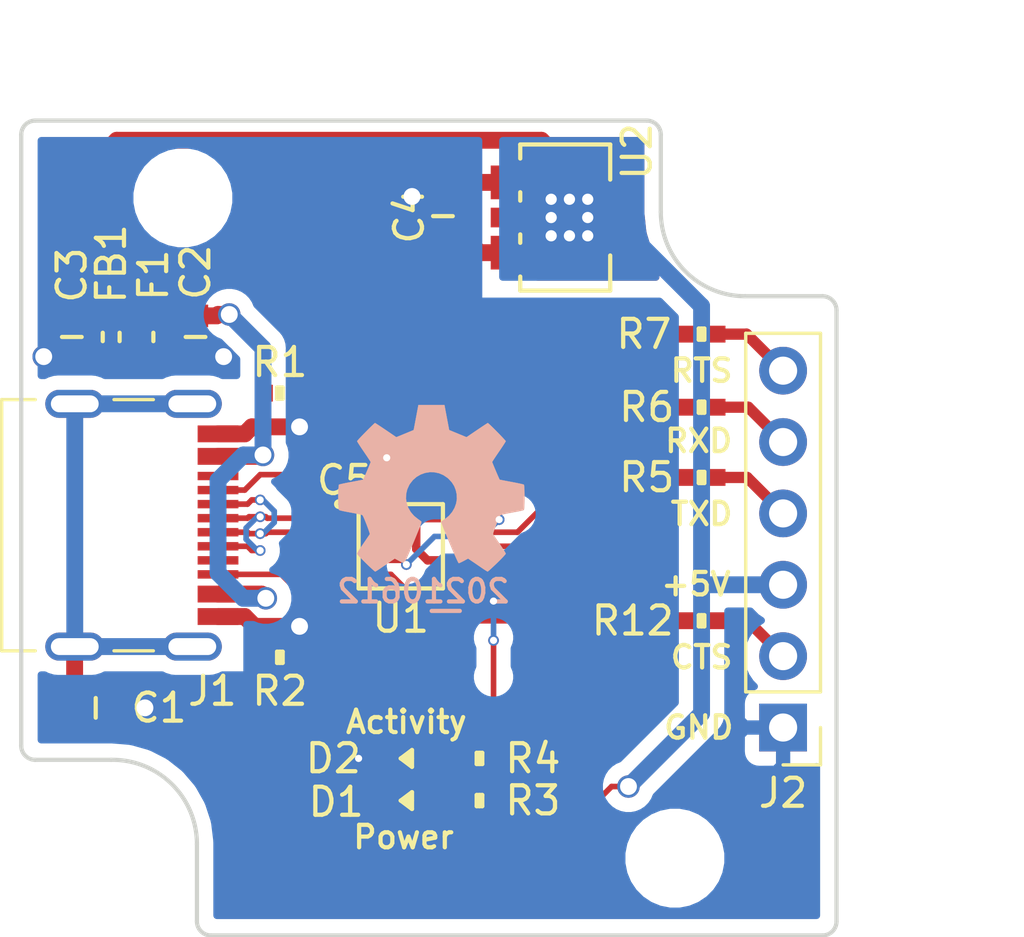
<source format=kicad_pcb>
(kicad_pcb (version 20171130) (host pcbnew 5.1.10-88a1d61d58~88~ubuntu20.10.1)

  (general
    (thickness 1.6)
    (drawings 25)
    (tracks 177)
    (zones 0)
    (modules 25)
    (nets 24)
  )

  (page A4)
  (layers
    (0 F.Cu signal)
    (31 B.Cu signal)
    (32 B.Adhes user)
    (33 F.Adhes user)
    (34 B.Paste user)
    (35 F.Paste user)
    (36 B.SilkS user)
    (37 F.SilkS user)
    (38 B.Mask user)
    (39 F.Mask user)
    (40 Dwgs.User user)
    (41 Cmts.User user)
    (42 Eco1.User user)
    (43 Eco2.User user)
    (44 Edge.Cuts user)
    (45 Margin user)
    (46 B.CrtYd user)
    (47 F.CrtYd user)
    (48 B.Fab user)
    (49 F.Fab user)
  )

  (setup
    (last_trace_width 0.4)
    (user_trace_width 0.1524)
    (user_trace_width 0.2)
    (user_trace_width 0.3)
    (user_trace_width 0.4)
    (user_trace_width 0.6)
    (user_trace_width 1)
    (user_trace_width 1.5)
    (user_trace_width 2)
    (trace_clearance 0.1524)
    (zone_clearance 0.508)
    (zone_45_only no)
    (trace_min 0.1524)
    (via_size 0.381)
    (via_drill 0.254)
    (via_min_size 0.381)
    (via_min_drill 0.254)
    (user_via 0.4 0.254)
    (user_via 0.6 0.4)
    (user_via 0.8 0.6)
    (user_via 1 0.8)
    (user_via 1.3 1)
    (user_via 1.5 1.2)
    (user_via 1.7 1.4)
    (user_via 1.9 1.6)
    (uvia_size 0.381)
    (uvia_drill 0.254)
    (uvias_allowed no)
    (uvia_min_size 0.381)
    (uvia_min_drill 0.254)
    (edge_width 0.15)
    (segment_width 0.2)
    (pcb_text_width 0.3)
    (pcb_text_size 1.5 1.5)
    (mod_edge_width 0.15)
    (mod_text_size 0.8 0.8)
    (mod_text_width 0.15)
    (pad_size 0.7 1.8)
    (pad_drill 0)
    (pad_to_mask_clearance 0.1)
    (solder_mask_min_width 0.15)
    (aux_axis_origin 0 0)
    (visible_elements FFFFFF7F)
    (pcbplotparams
      (layerselection 0x010fc_ffffffff)
      (usegerberextensions true)
      (usegerberattributes false)
      (usegerberadvancedattributes false)
      (creategerberjobfile false)
      (excludeedgelayer true)
      (linewidth 0.100000)
      (plotframeref false)
      (viasonmask false)
      (mode 1)
      (useauxorigin false)
      (hpglpennumber 1)
      (hpglpenspeed 20)
      (hpglpendiameter 15.000000)
      (psnegative false)
      (psa4output false)
      (plotreference true)
      (plotvalue true)
      (plotinvisibletext false)
      (padsonsilk false)
      (subtractmaskfromsilk false)
      (outputformat 1)
      (mirror false)
      (drillshape 0)
      (scaleselection 1)
      (outputdirectory "OSH_Park_2_layer_plots"))
  )

  (net 0 "")
  (net 1 "Net-(C1-Pad1)")
  (net 2 /GND)
  (net 3 /VBUS)
  (net 4 /CC1)
  (net 5 /CC2)
  (net 6 "Net-(D1-Pad2)")
  (net 7 "Net-(F1-Pad1)")
  (net 8 /DP)
  (net 9 /DN)
  (net 10 "Net-(D2-Pad2)")
  (net 11 "Net-(J1-PadB8)")
  (net 12 "Net-(J1-PadA8)")
  (net 13 /TNOW)
  (net 14 /TXD)
  (net 15 /RXD)
  (net 16 /RTS)
  (net 17 /CTS)
  (net 18 /+5V)
  (net 19 "Net-(J2-Pad4)")
  (net 20 /+3.3V)
  (net 21 "Net-(J2-Pad6)")
  (net 22 "Net-(J2-Pad5)")
  (net 23 "Net-(J2-Pad2)")

  (net_class Default "This is the default net class."
    (clearance 0.1524)
    (trace_width 0.1524)
    (via_dia 0.381)
    (via_drill 0.254)
    (uvia_dia 0.381)
    (uvia_drill 0.254)
    (add_net /+3.3V)
    (add_net /+5V)
    (add_net /CC1)
    (add_net /CC2)
    (add_net /CTS)
    (add_net /DN)
    (add_net /DP)
    (add_net /GND)
    (add_net /RTS)
    (add_net /RXD)
    (add_net /TNOW)
    (add_net /TXD)
    (add_net /VBUS)
    (add_net "Net-(C1-Pad1)")
    (add_net "Net-(D1-Pad2)")
    (add_net "Net-(D2-Pad2)")
    (add_net "Net-(F1-Pad1)")
    (add_net "Net-(J1-PadA8)")
    (add_net "Net-(J1-PadB8)")
    (add_net "Net-(J2-Pad2)")
    (add_net "Net-(J2-Pad4)")
    (add_net "Net-(J2-Pad5)")
    (add_net "Net-(J2-Pad6)")
  )

  (module SquantorIC:MSOP-10 (layer F.Cu) (tedit 5EDFEB17) (tstamp 60C535F8)
    (at 146.5 102.25)
    (path /60C55A81)
    (fp_text reference U1 (at 0 2.55) (layer F.SilkS)
      (effects (font (size 1 1) (thickness 0.15)))
    )
    (fp_text value CH340E (at 0 2.6) (layer F.Fab)
      (effects (font (size 1 1) (thickness 0.15)))
    )
    (fp_line (start 2.5 0.05) (end 1.5 0.05) (layer F.Fab) (width 0.1))
    (fp_line (start 2.5 -0.05) (end 2.5 0.05) (layer F.Fab) (width 0.1))
    (fp_line (start 1.5 -0.05) (end 2.5 -0.05) (layer F.Fab) (width 0.1))
    (fp_line (start -1.5 1.5) (end -1.5 -1.5) (layer F.SilkS) (width 0.15))
    (fp_line (start 1.5 1.5) (end -1.5 1.5) (layer F.SilkS) (width 0.15))
    (fp_line (start 1.5 -1.5) (end 1.5 1.5) (layer F.SilkS) (width 0.15))
    (fp_line (start -1.5 -1.5) (end 1.5 -1.5) (layer F.SilkS) (width 0.15))
    (fp_line (start 2.5 -0.55) (end 2.5 -0.45) (layer F.Fab) (width 0.1))
    (fp_line (start 2.5 -0.45) (end 1.5 -0.45) (layer F.Fab) (width 0.1))
    (fp_line (start 1.5 -0.55) (end 2.5 -0.55) (layer F.Fab) (width 0.1))
    (fp_line (start 2.5 -0.95) (end 1.5 -0.95) (layer F.Fab) (width 0.1))
    (fp_line (start 2.5 -1.05) (end 2.5 -0.95) (layer F.Fab) (width 0.1))
    (fp_line (start 1.5 -1.05) (end 2.5 -1.05) (layer F.Fab) (width 0.1))
    (fp_line (start 2.5 0.55) (end 1.5 0.55) (layer F.Fab) (width 0.1))
    (fp_line (start 1.5 0.45) (end 2.5 0.45) (layer F.Fab) (width 0.1))
    (fp_line (start 2.5 0.45) (end 2.5 0.55) (layer F.Fab) (width 0.1))
    (fp_line (start 1.5 0.95) (end 2.5 0.95) (layer F.Fab) (width 0.1))
    (fp_line (start 2.5 0.95) (end 2.5 1.05) (layer F.Fab) (width 0.1))
    (fp_line (start 2.5 1.05) (end 1.5 1.05) (layer F.Fab) (width 0.1))
    (fp_line (start -2.5 -0.05) (end -1.5 -0.05) (layer F.Fab) (width 0.1))
    (fp_line (start -1.5 0.05) (end -2.5 0.05) (layer F.Fab) (width 0.1))
    (fp_line (start -2.5 0.05) (end -2.5 -0.05) (layer F.Fab) (width 0.1))
    (fp_line (start -2.5 -0.55) (end -1.5 -0.55) (layer F.Fab) (width 0.1))
    (fp_line (start -1.5 -0.45) (end -2.5 -0.45) (layer F.Fab) (width 0.1))
    (fp_line (start -2.5 -0.45) (end -2.5 -0.55) (layer F.Fab) (width 0.1))
    (fp_line (start -2.5 -0.95) (end -2.5 -1.05) (layer F.Fab) (width 0.1))
    (fp_line (start -1.5 -0.95) (end -2.5 -0.95) (layer F.Fab) (width 0.1))
    (fp_line (start -2.5 -1.05) (end -1.5 -1.05) (layer F.Fab) (width 0.1))
    (fp_line (start -2.5 0.45) (end -1.5 0.45) (layer F.Fab) (width 0.1))
    (fp_line (start -2.5 0.55) (end -2.5 0.45) (layer F.Fab) (width 0.1))
    (fp_line (start -1.5 0.55) (end -2.5 0.55) (layer F.Fab) (width 0.1))
    (fp_line (start -2.5 1.05) (end -2.5 0.95) (layer F.Fab) (width 0.1))
    (fp_line (start -2.5 0.95) (end -1.5 0.95) (layer F.Fab) (width 0.1))
    (fp_line (start -1.5 1.05) (end -2.5 1.05) (layer F.Fab) (width 0.1))
    (fp_circle (center -2.2 -1.5) (end -2.1 -1.5) (layer F.SilkS) (width 0.15))
    (fp_line (start -3 -1.8) (end 3 -1.8) (layer F.CrtYd) (width 0.05))
    (fp_line (start 3 -1.8) (end 3 1.8) (layer F.CrtYd) (width 0.05))
    (fp_line (start 3 1.8) (end -3 1.8) (layer F.CrtYd) (width 0.05))
    (fp_line (start -3 1.8) (end -3 -1.8) (layer F.CrtYd) (width 0.05))
    (pad 10 smd rect (at 2.3 -1) (size 0.8 0.3) (layers F.Cu F.Paste F.Mask)
      (net 20 /+3.3V))
    (pad 9 smd rect (at 2.3 -0.5) (size 0.8 0.3) (layers F.Cu F.Paste F.Mask)
      (net 15 /RXD))
    (pad 8 smd rect (at 2.3 0) (size 0.8 0.3) (layers F.Cu F.Paste F.Mask)
      (net 14 /TXD))
    (pad 7 smd rect (at 2.3 0.5) (size 0.8 0.3) (layers F.Cu F.Paste F.Mask)
      (net 20 /+3.3V))
    (pad 6 smd rect (at 2.3 1) (size 0.8 0.3) (layers F.Cu F.Paste F.Mask)
      (net 13 /TNOW))
    (pad 5 smd rect (at -2.3 1) (size 0.8 0.3) (layers F.Cu F.Paste F.Mask)
      (net 17 /CTS))
    (pad 4 smd rect (at -2.3 0.5) (size 0.8 0.3) (layers F.Cu F.Paste F.Mask)
      (net 16 /RTS))
    (pad 3 smd rect (at -2.3 0) (size 0.8 0.3) (layers F.Cu F.Paste F.Mask)
      (net 2 /GND))
    (pad 2 smd rect (at -2.3 -0.5) (size 0.8 0.3) (layers F.Cu F.Paste F.Mask)
      (net 9 /DN))
    (pad 1 smd rect (at -2.3 -1) (size 0.8 0.3) (layers F.Cu F.Paste F.Mask)
      (net 8 /DP))
    (model ${KISYS3DMOD}/Package_SO.3dshapes/MSOP-10_3x3mm_P0.5mm.step
      (at (xyz 0 0 0))
      (scale (xyz 1 1 1))
      (rotate (xyz 0 0 0))
    )
  )

  (module Connector_PinHeader_2.54mm:PinHeader_1x06_P2.54mm_Vertical (layer F.Cu) (tedit 59FED5CC) (tstamp 60C2D23D)
    (at 160.1 108.7 180)
    (descr "Through hole straight pin header, 1x06, 2.54mm pitch, single row")
    (tags "Through hole pin header THT 1x06 2.54mm single row")
    (path /60CF170D)
    (fp_text reference J2 (at 0 -2.33) (layer F.SilkS)
      (effects (font (size 1 1) (thickness 0.15)))
    )
    (fp_text value Conn_02x06_Odd_Even (at 0 15.03) (layer F.Fab)
      (effects (font (size 1 1) (thickness 0.15)))
    )
    (fp_line (start 1.8 -1.8) (end -1.8 -1.8) (layer F.CrtYd) (width 0.05))
    (fp_line (start 1.8 14.5) (end 1.8 -1.8) (layer F.CrtYd) (width 0.05))
    (fp_line (start -1.8 14.5) (end 1.8 14.5) (layer F.CrtYd) (width 0.05))
    (fp_line (start -1.8 -1.8) (end -1.8 14.5) (layer F.CrtYd) (width 0.05))
    (fp_line (start -1.33 -1.33) (end 0 -1.33) (layer F.SilkS) (width 0.12))
    (fp_line (start -1.33 0) (end -1.33 -1.33) (layer F.SilkS) (width 0.12))
    (fp_line (start -1.33 1.27) (end 1.33 1.27) (layer F.SilkS) (width 0.12))
    (fp_line (start 1.33 1.27) (end 1.33 14.03) (layer F.SilkS) (width 0.12))
    (fp_line (start -1.33 1.27) (end -1.33 14.03) (layer F.SilkS) (width 0.12))
    (fp_line (start -1.33 14.03) (end 1.33 14.03) (layer F.SilkS) (width 0.12))
    (fp_line (start -1.27 -0.635) (end -0.635 -1.27) (layer F.Fab) (width 0.1))
    (fp_line (start -1.27 13.97) (end -1.27 -0.635) (layer F.Fab) (width 0.1))
    (fp_line (start 1.27 13.97) (end -1.27 13.97) (layer F.Fab) (width 0.1))
    (fp_line (start 1.27 -1.27) (end 1.27 13.97) (layer F.Fab) (width 0.1))
    (fp_line (start -0.635 -1.27) (end 1.27 -1.27) (layer F.Fab) (width 0.1))
    (fp_text user %R (at 0 6.35 90) (layer F.Fab)
      (effects (font (size 1 1) (thickness 0.15)))
    )
    (pad 6 thru_hole oval (at 0 12.7 180) (size 1.7 1.7) (drill 1) (layers *.Cu *.Mask)
      (net 21 "Net-(J2-Pad6)"))
    (pad 5 thru_hole oval (at 0 10.16 180) (size 1.7 1.7) (drill 1) (layers *.Cu *.Mask)
      (net 22 "Net-(J2-Pad5)"))
    (pad 4 thru_hole oval (at 0 7.62 180) (size 1.7 1.7) (drill 1) (layers *.Cu *.Mask)
      (net 19 "Net-(J2-Pad4)"))
    (pad 3 thru_hole oval (at 0 5.08 180) (size 1.7 1.7) (drill 1) (layers *.Cu *.Mask)
      (net 18 /+5V))
    (pad 2 thru_hole oval (at 0 2.54 180) (size 1.7 1.7) (drill 1) (layers *.Cu *.Mask)
      (net 23 "Net-(J2-Pad2)"))
    (pad 1 thru_hole rect (at 0 0 180) (size 1.7 1.7) (drill 1) (layers *.Cu *.Mask)
      (net 2 /GND))
    (model ${KISYS3DMOD}/Connector_PinHeader_2.54mm.3dshapes/PinHeader_1x06_P2.54mm_Vertical.wrl
      (at (xyz 0 0 0))
      (scale (xyz 1 1 1))
      (rotate (xyz 0 0 0))
    )
  )

  (module SquantorIC:SOT89-SOT23-Dual-NXP (layer F.Cu) (tedit 60C5199A) (tstamp 60C300E7)
    (at 152 90.55 270)
    (descr "SOT89 and SOT23 dual footprint NXP specification extra vias in tab")
    (tags "SOT89 SOT23 NXP viatab")
    (path /60E42299)
    (attr smd)
    (fp_text reference U2 (at -2.35 -2.9 90) (layer F.SilkS)
      (effects (font (size 1 1) (thickness 0.15)))
    )
    (fp_text value MCP1702-MB (at -2.45 -2.9 90) (layer F.Fab)
      (effects (font (size 1 1) (thickness 0.15)))
    )
    (fp_line (start 2.6 1.25) (end 2.1 1.25) (layer F.SilkS) (width 0.15))
    (fp_line (start 0.6 1.25) (end 0.9 1.25) (layer F.SilkS) (width 0.15))
    (fp_line (start -0.9 1.25) (end -0.6 1.25) (layer F.SilkS) (width 0.15))
    (fp_line (start -2.6 1.25) (end -2.1 1.25) (layer F.SilkS) (width 0.15))
    (fp_line (start 2.6 -1.95) (end 2.6 1.25) (layer F.SilkS) (width 0.15))
    (fp_line (start 1.35 -1.95) (end 2.6 -1.95) (layer F.SilkS) (width 0.15))
    (fp_line (start -2.6 -1.95) (end -1.35 -1.95) (layer F.SilkS) (width 0.15))
    (fp_line (start -2.6 1.25) (end -2.6 -1.95) (layer F.SilkS) (width 0.15))
    (fp_line (start 1.3 -2) (end 1.3 -2.55) (layer F.CrtYd) (width 0.05))
    (fp_line (start 2.65 -2) (end 1.3 -2) (layer F.CrtYd) (width 0.05))
    (fp_line (start 2.65 1.3) (end 2.65 -2) (layer F.CrtYd) (width 0.05))
    (fp_line (start -1.3 -2) (end -1.3 -2.55) (layer F.CrtYd) (width 0.05))
    (fp_line (start -2.65 -2) (end -1.3 -2) (layer F.CrtYd) (width 0.05))
    (fp_line (start -2.65 1.3) (end -2.65 -2) (layer F.CrtYd) (width 0.05))
    (fp_line (start -1.3 -2.55) (end 1.3 -2.55) (layer F.CrtYd) (width 0.05))
    (fp_line (start -2.05 1.3) (end -2.65 1.3) (layer F.CrtYd) (width 0.05))
    (fp_line (start -2.05 2.55) (end -2.05 1.3) (layer F.CrtYd) (width 0.05))
    (fp_line (start 2.05 1.3) (end 2.65 1.3) (layer F.CrtYd) (width 0.05))
    (fp_line (start 2.05 2.55) (end 2.05 1.3) (layer F.CrtYd) (width 0.05))
    (fp_line (start -2.05 2.55) (end 2.05 2.55) (layer F.CrtYd) (width 0.05))
    (pad 2 thru_hole rect (at 0.65 0.15 270) (size 0.6 0.6) (drill 0.4) (layers *.Cu *.Mask)
      (net 18 /+5V) (zone_connect 2))
    (pad 2 thru_hole rect (at 0 0.15 270) (size 0.6 0.6) (drill 0.4) (layers *.Cu *.Mask)
      (net 18 /+5V) (zone_connect 2))
    (pad 2 thru_hole rect (at -0.65 0.15 270) (size 0.6 0.6) (drill 0.4) (layers *.Cu *.Mask)
      (net 18 /+5V) (zone_connect 2))
    (pad 2 thru_hole rect (at -0.65 -0.5 270) (size 0.6 0.6) (drill 0.4) (layers *.Cu *.Mask)
      (net 18 /+5V) (zone_connect 2))
    (pad 2 thru_hole rect (at 0.65 -0.5 270) (size 0.6 0.6) (drill 0.4) (layers *.Cu *.Mask)
      (net 18 /+5V) (zone_connect 2))
    (pad 2 thru_hole rect (at -0.65 -1.15) (size 0.6 0.6) (drill 0.4) (layers *.Cu *.Mask)
      (net 18 /+5V) (zone_connect 2))
    (pad 2 thru_hole rect (at 0 -1.15 270) (size 0.6 0.6) (drill 0.4) (layers *.Cu *.Mask)
      (net 18 /+5V) (zone_connect 2))
    (pad 2 thru_hole rect (at 0.65 -1.15 270) (size 0.6 0.6) (drill 0.4) (layers *.Cu *.Mask)
      (net 18 /+5V) (zone_connect 2))
    (pad 2 smd rect (at 0 -1.825 270) (size 1.9 0.85) (layers F.Cu F.Paste)
      (net 18 /+5V) (zone_connect 2))
    (pad 2 smd rect (at 0 -0.6 270) (size 1.2 1.2) (layers F.Cu F.Paste)
      (net 18 /+5V))
    (pad 3 smd rect (at 1.5 1.75 270) (size 0.6 1) (layers F.Cu F.Paste)
      (net 20 /+3.3V))
    (pad 1 smd rect (at -1.5 1.75 270) (size 0.6 1) (layers F.Cu F.Paste)
      (net 2 /GND))
    (pad 2 smd rect (at 0 1.75 270) (size 0.6 1) (layers F.Cu F.Paste)
      (net 18 /+5V))
    (pad 2 smd rect (at 0 -0.9 270) (size 2 2.8) (layers F.Cu F.Mask)
      (net 18 /+5V) (zone_connect 2))
    (pad 3 smd rect (at 1.25 1.75 270) (size 1.2 1.1) (layers F.Cu F.Mask)
      (net 20 /+3.3V))
    (pad 2 smd rect (at 0 1.4 270) (size 0.7 1.8) (layers F.Cu F.Mask)
      (net 18 /+5V) (zone_connect 2))
    (pad 1 smd rect (at -1.25 1.75 270) (size 1.2 1.1) (layers F.Cu F.Mask)
      (net 2 /GND))
    (model ${KISYS3DMOD}/Package_TO_SOT_SMD.3dshapes/SOT-89-3.step
      (at (xyz 0 0 0))
      (scale (xyz 1 1 1))
      (rotate (xyz 0 0 -90))
    )
    (model ${KISYS3DMOD}/Package_TO_SOT_SMD.3dshapes/SOT-23.step
      (offset (xyz 0 -0.5 0))
      (scale (xyz 1 1 1))
      (rotate (xyz 0 0 -90))
    )
  )

  (module SquantorRcl:C_0603 (layer F.Cu) (tedit 5D4422AA) (tstamp 60C2FD86)
    (at 148 90.5 270)
    (descr "Capacitor SMD 0603, reflow soldering, AVX (see smccp.pdf)")
    (tags "capacitor 0603")
    (path /60E436BD)
    (attr smd)
    (fp_text reference C4 (at 0 1.2 90) (layer F.SilkS)
      (effects (font (size 1 1) (thickness 0.15)))
    )
    (fp_text value 10u (at 0 1.2 90) (layer F.Fab)
      (effects (font (size 1 1) (thickness 0.15)))
    )
    (fp_line (start 0 -0.35) (end 0 0.35) (layer F.SilkS) (width 0.15))
    (fp_line (start 1.4 -0.7) (end 1.4 0.7) (layer F.CrtYd) (width 0.05))
    (fp_line (start -1.4 -0.7) (end -1.4 0.7) (layer F.CrtYd) (width 0.05))
    (fp_line (start -1.4 0.7) (end 1.4 0.7) (layer F.CrtYd) (width 0.05))
    (fp_line (start -1.4 -0.7) (end 1.4 -0.7) (layer F.CrtYd) (width 0.05))
    (fp_line (start -0.8 -0.4) (end 0.8 -0.4) (layer F.Fab) (width 0.1))
    (fp_line (start 0.8 -0.4) (end 0.8 0.4) (layer F.Fab) (width 0.1))
    (fp_line (start 0.8 0.4) (end -0.8 0.4) (layer F.Fab) (width 0.1))
    (fp_line (start -0.8 0.4) (end -0.8 -0.4) (layer F.Fab) (width 0.1))
    (pad 2 smd rect (at 0.75 0 270) (size 0.8 0.9) (layers F.Cu F.Paste F.Mask)
      (net 20 /+3.3V))
    (pad 1 smd rect (at -0.75 0 270) (size 0.8 0.9) (layers F.Cu F.Paste F.Mask)
      (net 2 /GND))
    (model ${KISYS3DMOD}/Capacitor_SMD.3dshapes/C_0603_1608Metric.step
      (at (xyz 0 0 0))
      (scale (xyz 1 1 1))
      (rotate (xyz 0 0 0))
    )
  )

  (module SquantorUsb:USB-C-HRO-31-M-12 (layer F.Cu) (tedit 60C24EC6) (tstamp 60C1334A)
    (at 140 101.5 270)
    (descr "USB-C HRO-31-M-12 connector")
    (tags USB-C)
    (path /60C183D1)
    (attr smd)
    (fp_text reference J1 (at 5.9 0.2 180) (layer F.SilkS)
      (effects (font (size 1 1) (thickness 0.15)))
    )
    (fp_text value USB-C_PD_USB (at 5.9 0.2 180) (layer F.Fab)
      (effects (font (size 1 1) (thickness 0.15)))
    )
    (fp_line (start -4.47 7.695) (end 4.47 7.695) (layer F.Fab) (width 0.12))
    (fp_line (start 5.2 5.5) (end 5.2 7.7) (layer F.CrtYd) (width 0.05))
    (fp_line (start 5.2 7.7) (end -5.2 7.7) (layer F.CrtYd) (width 0.05))
    (fp_line (start -5.2 7.7) (end -5.2 -1.1) (layer F.CrtYd) (width 0.05))
    (fp_line (start -5.2 -1.1) (end 5.2 -1.1) (layer F.CrtYd) (width 0.05))
    (fp_line (start 5.2 -1.1) (end 5.2 5.5) (layer F.CrtYd) (width 0.05))
    (fp_line (start -4.47 7.695) (end -4.47 0.395) (layer F.Fab) (width 0.12))
    (fp_line (start 4.47 7.695) (end 4.47 0.395) (layer F.Fab) (width 0.12))
    (fp_line (start -4.47 0.395) (end 4.47 0.395) (layer F.Fab) (width 0.12))
    (fp_line (start -4.47 3.7) (end -4.47 2.3) (layer F.SilkS) (width 0.12))
    (fp_line (start -4.47 6.5) (end -4.47 7.695) (layer F.SilkS) (width 0.12))
    (fp_line (start -4.47 7.695) (end 4.47 7.695) (layer F.SilkS) (width 0.12))
    (fp_line (start 4.47 7.695) (end 4.47 6.5) (layer F.SilkS) (width 0.12))
    (fp_line (start 4.47 3.7) (end 4.47 2.3) (layer F.SilkS) (width 0.12))
    (pad "" np_thru_hole circle (at -2.89 1.445 270) (size 0.65 0.65) (drill 0.65) (layers *.Cu *.Mask))
    (pad "" np_thru_hole circle (at 2.89 1.445 270) (size 0.65 0.65) (drill 0.65) (layers *.Cu *.Mask))
    (pad S thru_hole oval (at 4.32 5.095 270) (size 1 2.1) (drill oval 0.6 1.7) (layers *.Cu *.Mask)
      (net 1 "Net-(C1-Pad1)"))
    (pad S thru_hole oval (at -4.32 5.095 270) (size 1 2.1) (drill oval 0.6 1.7) (layers *.Cu *.Mask)
      (net 1 "Net-(C1-Pad1)"))
    (pad S thru_hole oval (at 4.32 0.915 270) (size 1 2.1) (drill oval 0.6 1.7) (layers *.Cu *.Mask)
      (net 1 "Net-(C1-Pad1)"))
    (pad S thru_hole oval (at -4.32 0.915 270) (size 1 2.1) (drill oval 0.6 1.7) (layers *.Cu *.Mask)
      (net 1 "Net-(C1-Pad1)"))
    (pad B1A12 smd rect (at 3.25 0 270) (size 0.6 1.45) (layers F.Cu F.Paste F.Mask)
      (net 2 /GND))
    (pad A1B12 smd rect (at -3.25 0 270) (size 0.6 1.45) (layers F.Cu F.Paste F.Mask)
      (net 2 /GND))
    (pad B4A9 smd rect (at 2.45 0 270) (size 0.6 1.45) (layers F.Cu F.Paste F.Mask)
      (net 3 /VBUS))
    (pad A4B9 smd rect (at -2.45 0 270) (size 0.6 1.45) (layers F.Cu F.Paste F.Mask)
      (net 3 /VBUS))
    (pad B5 smd rect (at 1.75 0 270) (size 0.3 1.45) (layers F.Cu F.Paste F.Mask)
      (net 5 /CC2))
    (pad B8 smd rect (at -1.75 0 270) (size 0.3 1.45) (layers F.Cu F.Paste F.Mask)
      (net 11 "Net-(J1-PadB8)"))
    (pad A8 smd rect (at 1.25 0 270) (size 0.3 1.45) (layers F.Cu F.Paste F.Mask)
      (net 12 "Net-(J1-PadA8)"))
    (pad A5 smd rect (at -1.25 0 270) (size 0.3 1.45) (layers F.Cu F.Paste F.Mask)
      (net 4 /CC1))
    (pad B6 smd rect (at 0.75 0 270) (size 0.3 1.45) (layers F.Cu F.Paste F.Mask)
      (net 8 /DP))
    (pad B7 smd rect (at -0.75 0 270) (size 0.3 1.45) (layers F.Cu F.Paste F.Mask)
      (net 9 /DN))
    (pad A7 smd rect (at 0.25 0 270) (size 0.3 1.45) (layers F.Cu F.Paste F.Mask)
      (net 9 /DN))
    (pad A6 smd rect (at -0.25 0 270) (size 0.3 1.45) (layers F.Cu F.Paste F.Mask)
      (net 8 /DP))
  )

  (module SquantorRcl:R_0402_hand (layer F.Cu) (tedit 5D440136) (tstamp 60C2B1E2)
    (at 157.2 104.9 180)
    (descr "Resistor SMD 0402, reflow soldering, Vishay (see dcrcw.pdf)")
    (tags "resistor 0402")
    (path /60C84866)
    (attr smd)
    (fp_text reference R12 (at 2.45 0) (layer F.SilkS)
      (effects (font (size 1 1) (thickness 0.15)))
    )
    (fp_text value 100 (at 2.45 0) (layer F.Fab)
      (effects (font (size 1 1) (thickness 0.15)))
    )
    (fp_line (start 0 -0.2) (end 0 0.2) (layer F.SilkS) (width 0.15))
    (fp_line (start -0.1 0.2) (end -0.1 -0.2) (layer F.SilkS) (width 0.15))
    (fp_line (start 0.1 0.2) (end -0.1 0.2) (layer F.SilkS) (width 0.15))
    (fp_line (start 0.1 -0.2) (end 0.1 0.2) (layer F.SilkS) (width 0.15))
    (fp_line (start -0.1 -0.2) (end 0.1 -0.2) (layer F.SilkS) (width 0.15))
    (fp_line (start 1.1 -0.55) (end 1.1 0.55) (layer F.CrtYd) (width 0.05))
    (fp_line (start -1.1 -0.55) (end -1.1 0.55) (layer F.CrtYd) (width 0.05))
    (fp_line (start -1.1 0.55) (end 1.1 0.55) (layer F.CrtYd) (width 0.05))
    (fp_line (start -1.1 -0.55) (end 1.1 -0.55) (layer F.CrtYd) (width 0.05))
    (fp_line (start -0.5 -0.25) (end 0.5 -0.25) (layer F.Fab) (width 0.1))
    (fp_line (start 0.5 -0.25) (end 0.5 0.25) (layer F.Fab) (width 0.1))
    (fp_line (start 0.5 0.25) (end -0.5 0.25) (layer F.Fab) (width 0.1))
    (fp_line (start -0.5 0.25) (end -0.5 -0.25) (layer F.Fab) (width 0.1))
    (pad 2 smd rect (at 0.55 0 180) (size 0.6 0.6) (layers F.Cu F.Paste F.Mask)
      (net 17 /CTS))
    (pad 1 smd rect (at -0.55 0 180) (size 0.6 0.6) (layers F.Cu F.Paste F.Mask)
      (net 23 "Net-(J2-Pad2)"))
    (model ${KISYS3DMOD}/Resistor_SMD.3dshapes/R_0402_1005Metric.step
      (at (xyz 0 0 0))
      (scale (xyz 1 1 1))
      (rotate (xyz 0 0 0))
    )
  )

  (module SquantorRcl:R_0402_hand (layer F.Cu) (tedit 5D440136) (tstamp 60C2B183)
    (at 157.2 94.7 180)
    (descr "Resistor SMD 0402, reflow soldering, Vishay (see dcrcw.pdf)")
    (tags "resistor 0402")
    (path /60C85D21)
    (attr smd)
    (fp_text reference R7 (at 2.05 0) (layer F.SilkS)
      (effects (font (size 1 1) (thickness 0.15)))
    )
    (fp_text value 100 (at 2.45 0) (layer F.Fab)
      (effects (font (size 1 1) (thickness 0.15)))
    )
    (fp_line (start 0 -0.2) (end 0 0.2) (layer F.SilkS) (width 0.15))
    (fp_line (start -0.1 0.2) (end -0.1 -0.2) (layer F.SilkS) (width 0.15))
    (fp_line (start 0.1 0.2) (end -0.1 0.2) (layer F.SilkS) (width 0.15))
    (fp_line (start 0.1 -0.2) (end 0.1 0.2) (layer F.SilkS) (width 0.15))
    (fp_line (start -0.1 -0.2) (end 0.1 -0.2) (layer F.SilkS) (width 0.15))
    (fp_line (start 1.1 -0.55) (end 1.1 0.55) (layer F.CrtYd) (width 0.05))
    (fp_line (start -1.1 -0.55) (end -1.1 0.55) (layer F.CrtYd) (width 0.05))
    (fp_line (start -1.1 0.55) (end 1.1 0.55) (layer F.CrtYd) (width 0.05))
    (fp_line (start -1.1 -0.55) (end 1.1 -0.55) (layer F.CrtYd) (width 0.05))
    (fp_line (start -0.5 -0.25) (end 0.5 -0.25) (layer F.Fab) (width 0.1))
    (fp_line (start 0.5 -0.25) (end 0.5 0.25) (layer F.Fab) (width 0.1))
    (fp_line (start 0.5 0.25) (end -0.5 0.25) (layer F.Fab) (width 0.1))
    (fp_line (start -0.5 0.25) (end -0.5 -0.25) (layer F.Fab) (width 0.1))
    (pad 2 smd rect (at 0.55 0 180) (size 0.6 0.6) (layers F.Cu F.Paste F.Mask)
      (net 16 /RTS))
    (pad 1 smd rect (at -0.55 0 180) (size 0.6 0.6) (layers F.Cu F.Paste F.Mask)
      (net 21 "Net-(J2-Pad6)"))
    (model ${KISYS3DMOD}/Resistor_SMD.3dshapes/R_0402_1005Metric.step
      (at (xyz 0 0 0))
      (scale (xyz 1 1 1))
      (rotate (xyz 0 0 0))
    )
  )

  (module SquantorRcl:R_0402_hand (layer F.Cu) (tedit 5D440136) (tstamp 60C2B170)
    (at 157.2 97.3 180)
    (descr "Resistor SMD 0402, reflow soldering, Vishay (see dcrcw.pdf)")
    (tags "resistor 0402")
    (path /60C6B54A)
    (attr smd)
    (fp_text reference R6 (at 1.95 0) (layer F.SilkS)
      (effects (font (size 1 1) (thickness 0.15)))
    )
    (fp_text value 100 (at 2.05 0) (layer F.Fab)
      (effects (font (size 1 1) (thickness 0.15)))
    )
    (fp_line (start 0 -0.2) (end 0 0.2) (layer F.SilkS) (width 0.15))
    (fp_line (start -0.1 0.2) (end -0.1 -0.2) (layer F.SilkS) (width 0.15))
    (fp_line (start 0.1 0.2) (end -0.1 0.2) (layer F.SilkS) (width 0.15))
    (fp_line (start 0.1 -0.2) (end 0.1 0.2) (layer F.SilkS) (width 0.15))
    (fp_line (start -0.1 -0.2) (end 0.1 -0.2) (layer F.SilkS) (width 0.15))
    (fp_line (start 1.1 -0.55) (end 1.1 0.55) (layer F.CrtYd) (width 0.05))
    (fp_line (start -1.1 -0.55) (end -1.1 0.55) (layer F.CrtYd) (width 0.05))
    (fp_line (start -1.1 0.55) (end 1.1 0.55) (layer F.CrtYd) (width 0.05))
    (fp_line (start -1.1 -0.55) (end 1.1 -0.55) (layer F.CrtYd) (width 0.05))
    (fp_line (start -0.5 -0.25) (end 0.5 -0.25) (layer F.Fab) (width 0.1))
    (fp_line (start 0.5 -0.25) (end 0.5 0.25) (layer F.Fab) (width 0.1))
    (fp_line (start 0.5 0.25) (end -0.5 0.25) (layer F.Fab) (width 0.1))
    (fp_line (start -0.5 0.25) (end -0.5 -0.25) (layer F.Fab) (width 0.1))
    (pad 2 smd rect (at 0.55 0 180) (size 0.6 0.6) (layers F.Cu F.Paste F.Mask)
      (net 15 /RXD))
    (pad 1 smd rect (at -0.55 0 180) (size 0.6 0.6) (layers F.Cu F.Paste F.Mask)
      (net 22 "Net-(J2-Pad5)"))
    (model ${KISYS3DMOD}/Resistor_SMD.3dshapes/R_0402_1005Metric.step
      (at (xyz 0 0 0))
      (scale (xyz 1 1 1))
      (rotate (xyz 0 0 0))
    )
  )

  (module SquantorRcl:R_0402_hand (layer F.Cu) (tedit 5D440136) (tstamp 60C2B15D)
    (at 157.2 99.8 180)
    (descr "Resistor SMD 0402, reflow soldering, Vishay (see dcrcw.pdf)")
    (tags "resistor 0402")
    (path /60C84556)
    (attr smd)
    (fp_text reference R5 (at 1.95 0) (layer F.SilkS)
      (effects (font (size 1 1) (thickness 0.15)))
    )
    (fp_text value 100 (at 1.95 0) (layer F.Fab)
      (effects (font (size 1 1) (thickness 0.15)))
    )
    (fp_line (start 0 -0.2) (end 0 0.2) (layer F.SilkS) (width 0.15))
    (fp_line (start -0.1 0.2) (end -0.1 -0.2) (layer F.SilkS) (width 0.15))
    (fp_line (start 0.1 0.2) (end -0.1 0.2) (layer F.SilkS) (width 0.15))
    (fp_line (start 0.1 -0.2) (end 0.1 0.2) (layer F.SilkS) (width 0.15))
    (fp_line (start -0.1 -0.2) (end 0.1 -0.2) (layer F.SilkS) (width 0.15))
    (fp_line (start 1.1 -0.55) (end 1.1 0.55) (layer F.CrtYd) (width 0.05))
    (fp_line (start -1.1 -0.55) (end -1.1 0.55) (layer F.CrtYd) (width 0.05))
    (fp_line (start -1.1 0.55) (end 1.1 0.55) (layer F.CrtYd) (width 0.05))
    (fp_line (start -1.1 -0.55) (end 1.1 -0.55) (layer F.CrtYd) (width 0.05))
    (fp_line (start -0.5 -0.25) (end 0.5 -0.25) (layer F.Fab) (width 0.1))
    (fp_line (start 0.5 -0.25) (end 0.5 0.25) (layer F.Fab) (width 0.1))
    (fp_line (start 0.5 0.25) (end -0.5 0.25) (layer F.Fab) (width 0.1))
    (fp_line (start -0.5 0.25) (end -0.5 -0.25) (layer F.Fab) (width 0.1))
    (pad 2 smd rect (at 0.55 0 180) (size 0.6 0.6) (layers F.Cu F.Paste F.Mask)
      (net 14 /TXD))
    (pad 1 smd rect (at -0.55 0 180) (size 0.6 0.6) (layers F.Cu F.Paste F.Mask)
      (net 19 "Net-(J2-Pad4)"))
    (model ${KISYS3DMOD}/Resistor_SMD.3dshapes/R_0402_1005Metric.step
      (at (xyz 0 0 0))
      (scale (xyz 1 1 1))
      (rotate (xyz 0 0 0))
    )
  )

  (module SquantorRcl:R_0402_hand (layer F.Cu) (tedit 5D440136) (tstamp 60C2B14A)
    (at 149.3 109.8 180)
    (descr "Resistor SMD 0402, reflow soldering, Vishay (see dcrcw.pdf)")
    (tags "resistor 0402")
    (path /60C8B57E)
    (attr smd)
    (fp_text reference R4 (at -1.9 0) (layer F.SilkS)
      (effects (font (size 1 1) (thickness 0.15)))
    )
    (fp_text value 1K (at -1.9 0) (layer F.Fab)
      (effects (font (size 1 1) (thickness 0.15)))
    )
    (fp_line (start 0 -0.2) (end 0 0.2) (layer F.SilkS) (width 0.15))
    (fp_line (start -0.1 0.2) (end -0.1 -0.2) (layer F.SilkS) (width 0.15))
    (fp_line (start 0.1 0.2) (end -0.1 0.2) (layer F.SilkS) (width 0.15))
    (fp_line (start 0.1 -0.2) (end 0.1 0.2) (layer F.SilkS) (width 0.15))
    (fp_line (start -0.1 -0.2) (end 0.1 -0.2) (layer F.SilkS) (width 0.15))
    (fp_line (start 1.1 -0.55) (end 1.1 0.55) (layer F.CrtYd) (width 0.05))
    (fp_line (start -1.1 -0.55) (end -1.1 0.55) (layer F.CrtYd) (width 0.05))
    (fp_line (start -1.1 0.55) (end 1.1 0.55) (layer F.CrtYd) (width 0.05))
    (fp_line (start -1.1 -0.55) (end 1.1 -0.55) (layer F.CrtYd) (width 0.05))
    (fp_line (start -0.5 -0.25) (end 0.5 -0.25) (layer F.Fab) (width 0.1))
    (fp_line (start 0.5 -0.25) (end 0.5 0.25) (layer F.Fab) (width 0.1))
    (fp_line (start 0.5 0.25) (end -0.5 0.25) (layer F.Fab) (width 0.1))
    (fp_line (start -0.5 0.25) (end -0.5 -0.25) (layer F.Fab) (width 0.1))
    (pad 2 smd rect (at 0.55 0 180) (size 0.6 0.6) (layers F.Cu F.Paste F.Mask)
      (net 10 "Net-(D2-Pad2)"))
    (pad 1 smd rect (at -0.55 0 180) (size 0.6 0.6) (layers F.Cu F.Paste F.Mask)
      (net 13 /TNOW))
    (model ${KISYS3DMOD}/Resistor_SMD.3dshapes/R_0402_1005Metric.step
      (at (xyz 0 0 0))
      (scale (xyz 1 1 1))
      (rotate (xyz 0 0 0))
    )
  )

  (module SquantorRcl:R_0402_hand (layer F.Cu) (tedit 5D440136) (tstamp 60C00E44)
    (at 149.3 111.3 180)
    (descr "Resistor SMD 0402, reflow soldering, Vishay (see dcrcw.pdf)")
    (tags "resistor 0402")
    (path /60BFDB94)
    (attr smd)
    (fp_text reference R3 (at -1.9 0) (layer F.SilkS)
      (effects (font (size 1 1) (thickness 0.15)))
    )
    (fp_text value 470 (at -2.4 0) (layer F.Fab)
      (effects (font (size 1 1) (thickness 0.15)))
    )
    (fp_line (start 0 -0.2) (end 0 0.2) (layer F.SilkS) (width 0.15))
    (fp_line (start -0.1 0.2) (end -0.1 -0.2) (layer F.SilkS) (width 0.15))
    (fp_line (start 0.1 0.2) (end -0.1 0.2) (layer F.SilkS) (width 0.15))
    (fp_line (start 0.1 -0.2) (end 0.1 0.2) (layer F.SilkS) (width 0.15))
    (fp_line (start -0.1 -0.2) (end 0.1 -0.2) (layer F.SilkS) (width 0.15))
    (fp_line (start 1.1 -0.55) (end 1.1 0.55) (layer F.CrtYd) (width 0.05))
    (fp_line (start -1.1 -0.55) (end -1.1 0.55) (layer F.CrtYd) (width 0.05))
    (fp_line (start -1.1 0.55) (end 1.1 0.55) (layer F.CrtYd) (width 0.05))
    (fp_line (start -1.1 -0.55) (end 1.1 -0.55) (layer F.CrtYd) (width 0.05))
    (fp_line (start -0.5 -0.25) (end 0.5 -0.25) (layer F.Fab) (width 0.1))
    (fp_line (start 0.5 -0.25) (end 0.5 0.25) (layer F.Fab) (width 0.1))
    (fp_line (start 0.5 0.25) (end -0.5 0.25) (layer F.Fab) (width 0.1))
    (fp_line (start -0.5 0.25) (end -0.5 -0.25) (layer F.Fab) (width 0.1))
    (pad 2 smd rect (at 0.55 0 180) (size 0.6 0.6) (layers F.Cu F.Paste F.Mask)
      (net 6 "Net-(D1-Pad2)"))
    (pad 1 smd rect (at -0.55 0 180) (size 0.6 0.6) (layers F.Cu F.Paste F.Mask)
      (net 18 /+5V))
    (model ${KISYS3DMOD}/Resistor_SMD.3dshapes/R_0402_1005Metric.step
      (at (xyz 0 0 0))
      (scale (xyz 1 1 1))
      (rotate (xyz 0 0 0))
    )
  )

  (module SquantorDiodes:LED_0603_hand (layer F.Cu) (tedit 5D43FE44) (tstamp 60C2B03D)
    (at 146.7 109.8)
    (descr "LED SMD 0603, reflow soldering, general purpose")
    (tags "LED 0603")
    (path /60C8B93E)
    (attr smd)
    (fp_text reference D2 (at -2.6 0) (layer F.SilkS)
      (effects (font (size 1 1) (thickness 0.15)))
    )
    (fp_text value LED (at -2.8 0.05) (layer F.Fab)
      (effects (font (size 1 1) (thickness 0.15)))
    )
    (fp_line (start 0.1 -0.2) (end 0.1 0.2) (layer F.SilkS) (width 0.15))
    (fp_line (start -0.2 0) (end 0.2 0) (layer F.SilkS) (width 0.15))
    (fp_line (start 0.2 0.3) (end 0.2 -0.3) (layer F.SilkS) (width 0.15))
    (fp_line (start -0.2 0) (end 0.2 0.3) (layer F.SilkS) (width 0.15))
    (fp_line (start 0.2 -0.3) (end -0.2 0) (layer F.SilkS) (width 0.15))
    (fp_line (start 1.5 -0.7) (end 1.5 0.7) (layer F.CrtYd) (width 0.05))
    (fp_line (start -1.5 -0.7) (end -1.5 0.7) (layer F.CrtYd) (width 0.05))
    (fp_line (start -1.5 0.7) (end 1.5 0.7) (layer F.CrtYd) (width 0.05))
    (fp_line (start -1.5 -0.7) (end 1.5 -0.7) (layer F.CrtYd) (width 0.05))
    (fp_line (start -0.8 -0.4) (end 0.8 -0.4) (layer F.Fab) (width 0.1))
    (fp_line (start 0.8 -0.4) (end 0.8 0.4) (layer F.Fab) (width 0.1))
    (fp_line (start 0.8 0.4) (end -0.8 0.4) (layer F.Fab) (width 0.1))
    (fp_line (start -0.8 0.4) (end -0.8 -0.4) (layer F.Fab) (width 0.1))
    (pad 2 smd rect (at 0.85 0) (size 0.7 0.9) (layers F.Cu F.Paste F.Mask)
      (net 10 "Net-(D2-Pad2)"))
    (pad 1 smd rect (at -0.85 0) (size 0.7 0.9) (layers F.Cu F.Paste F.Mask)
      (net 2 /GND))
    (model ${KISYS3DMOD}/LED_SMD.3dshapes/LED_0603_1608Metric.step
      (at (xyz 0 0 0))
      (scale (xyz 1 1 1))
      (rotate (xyz 0 0 0))
    )
  )

  (module SquantorRcl:C_0402 (layer F.Cu) (tedit 5D442507) (tstamp 60C2B006)
    (at 146.5 99.9 180)
    (descr "Capacitor SMD 0402, reflow soldering, AVX (see smccp.pdf)")
    (tags "capacitor 0402")
    (path /60C55460)
    (attr smd)
    (fp_text reference C5 (at 2 0) (layer F.SilkS)
      (effects (font (size 1 1) (thickness 0.15)))
    )
    (fp_text value 1u (at 1.9 0) (layer F.Fab)
      (effects (font (size 1 1) (thickness 0.15)))
    )
    (fp_line (start 0 -0.2) (end 0 0.2) (layer F.SilkS) (width 0.15))
    (fp_line (start 1.1 -0.55) (end 1.1 0.55) (layer F.CrtYd) (width 0.05))
    (fp_line (start -1.1 -0.55) (end -1.1 0.55) (layer F.CrtYd) (width 0.05))
    (fp_line (start -1.1 0.55) (end 1.1 0.55) (layer F.CrtYd) (width 0.05))
    (fp_line (start -1.1 -0.55) (end 1.1 -0.55) (layer F.CrtYd) (width 0.05))
    (fp_line (start -0.5 -0.25) (end 0.5 -0.25) (layer F.Fab) (width 0.1))
    (fp_line (start 0.5 -0.25) (end 0.5 0.25) (layer F.Fab) (width 0.1))
    (fp_line (start 0.5 0.25) (end -0.5 0.25) (layer F.Fab) (width 0.1))
    (fp_line (start -0.5 0.25) (end -0.5 -0.25) (layer F.Fab) (width 0.1))
    (pad 2 smd rect (at 0.55 0 180) (size 0.6 0.6) (layers F.Cu F.Paste F.Mask)
      (net 2 /GND))
    (pad 1 smd rect (at -0.55 0 180) (size 0.6 0.6) (layers F.Cu F.Paste F.Mask)
      (net 20 /+3.3V))
    (model ${KISYS3DMOD}/Capacitor_SMD.3dshapes/C_0402_1005Metric.step
      (at (xyz 0 0 0))
      (scale (xyz 1 1 1))
      (rotate (xyz 0 0 0))
    )
  )

  (module SquantorRcl:C_0603 (layer F.Cu) (tedit 5D4422AA) (tstamp 60C00D36)
    (at 135.65 108)
    (descr "Capacitor SMD 0603, reflow soldering, AVX (see smccp.pdf)")
    (tags "capacitor 0603")
    (path /60BE31C3)
    (attr smd)
    (fp_text reference C1 (at 2.25 0) (layer F.SilkS)
      (effects (font (size 1 1) (thickness 0.15)))
    )
    (fp_text value 10n (at 2.65 0) (layer F.Fab)
      (effects (font (size 1 1) (thickness 0.15)))
    )
    (fp_line (start 0 -0.35) (end 0 0.35) (layer F.SilkS) (width 0.15))
    (fp_line (start 1.4 -0.7) (end 1.4 0.7) (layer F.CrtYd) (width 0.05))
    (fp_line (start -1.4 -0.7) (end -1.4 0.7) (layer F.CrtYd) (width 0.05))
    (fp_line (start -1.4 0.7) (end 1.4 0.7) (layer F.CrtYd) (width 0.05))
    (fp_line (start -1.4 -0.7) (end 1.4 -0.7) (layer F.CrtYd) (width 0.05))
    (fp_line (start -0.8 -0.4) (end 0.8 -0.4) (layer F.Fab) (width 0.1))
    (fp_line (start 0.8 -0.4) (end 0.8 0.4) (layer F.Fab) (width 0.1))
    (fp_line (start 0.8 0.4) (end -0.8 0.4) (layer F.Fab) (width 0.1))
    (fp_line (start -0.8 0.4) (end -0.8 -0.4) (layer F.Fab) (width 0.1))
    (pad 2 smd rect (at 0.75 0) (size 0.8 0.9) (layers F.Cu F.Paste F.Mask)
      (net 2 /GND))
    (pad 1 smd rect (at -0.75 0) (size 0.8 0.9) (layers F.Cu F.Paste F.Mask)
      (net 1 "Net-(C1-Pad1)"))
    (model ${KISYS3DMOD}/Capacitor_SMD.3dshapes/C_0603_1608Metric.step
      (at (xyz 0 0 0))
      (scale (xyz 1 1 1))
      (rotate (xyz 0 0 0))
    )
  )

  (module SquantorLabels:Label_Generic (layer B.Cu) (tedit 5D8A7D4C) (tstamp 5B96DD88)
    (at 148.1 103.95 180)
    (descr "Label for general purpose use")
    (tags Label)
    (path /5A1357A5)
    (attr smd)
    (fp_text reference N2 (at 0 -1.85) (layer B.Fab) hide
      (effects (font (size 1 1) (thickness 0.15)) (justify mirror))
    )
    (fp_text value 20210612 (at 0.8 0.1) (layer B.SilkS)
      (effects (font (size 0.8 0.8) (thickness 0.15)) (justify mirror))
    )
    (fp_line (start -0.5 -0.6) (end 0.5 -0.6) (layer B.SilkS) (width 0.15))
  )

  (module SquantorRcl:R_0402_hand (layer F.Cu) (tedit 5D440136) (tstamp 60C00E31)
    (at 142.2 106.2)
    (descr "Resistor SMD 0402, reflow soldering, Vishay (see dcrcw.pdf)")
    (tags "resistor 0402")
    (path /60BFD12A)
    (attr smd)
    (fp_text reference R2 (at 0 1.2) (layer F.SilkS)
      (effects (font (size 1 1) (thickness 0.15)))
    )
    (fp_text value 5.1K (at 0 1.2) (layer F.Fab)
      (effects (font (size 1 1) (thickness 0.15)))
    )
    (fp_line (start 0 -0.2) (end 0 0.2) (layer F.SilkS) (width 0.15))
    (fp_line (start -0.1 0.2) (end -0.1 -0.2) (layer F.SilkS) (width 0.15))
    (fp_line (start 0.1 0.2) (end -0.1 0.2) (layer F.SilkS) (width 0.15))
    (fp_line (start 0.1 -0.2) (end 0.1 0.2) (layer F.SilkS) (width 0.15))
    (fp_line (start -0.1 -0.2) (end 0.1 -0.2) (layer F.SilkS) (width 0.15))
    (fp_line (start 1.1 -0.55) (end 1.1 0.55) (layer F.CrtYd) (width 0.05))
    (fp_line (start -1.1 -0.55) (end -1.1 0.55) (layer F.CrtYd) (width 0.05))
    (fp_line (start -1.1 0.55) (end 1.1 0.55) (layer F.CrtYd) (width 0.05))
    (fp_line (start -1.1 -0.55) (end 1.1 -0.55) (layer F.CrtYd) (width 0.05))
    (fp_line (start -0.5 -0.25) (end 0.5 -0.25) (layer F.Fab) (width 0.1))
    (fp_line (start 0.5 -0.25) (end 0.5 0.25) (layer F.Fab) (width 0.1))
    (fp_line (start 0.5 0.25) (end -0.5 0.25) (layer F.Fab) (width 0.1))
    (fp_line (start -0.5 0.25) (end -0.5 -0.25) (layer F.Fab) (width 0.1))
    (pad 2 smd rect (at 0.55 0) (size 0.6 0.6) (layers F.Cu F.Paste F.Mask)
      (net 5 /CC2))
    (pad 1 smd rect (at -0.55 0) (size 0.6 0.6) (layers F.Cu F.Paste F.Mask)
      (net 2 /GND))
    (model ${KISYS3DMOD}/Resistor_SMD.3dshapes/R_0402_1005Metric.step
      (at (xyz 0 0 0))
      (scale (xyz 1 1 1))
      (rotate (xyz 0 0 0))
    )
  )

  (module SquantorRcl:R_0402_hand (layer F.Cu) (tedit 5D440136) (tstamp 60C00E1E)
    (at 142.2 96.8)
    (descr "Resistor SMD 0402, reflow soldering, Vishay (see dcrcw.pdf)")
    (tags "resistor 0402")
    (path /60BE9556)
    (attr smd)
    (fp_text reference R1 (at 0 -1.1) (layer F.SilkS)
      (effects (font (size 1 1) (thickness 0.15)))
    )
    (fp_text value 5.1K (at 0 -1.1) (layer F.Fab)
      (effects (font (size 1 1) (thickness 0.15)))
    )
    (fp_line (start 0 -0.2) (end 0 0.2) (layer F.SilkS) (width 0.15))
    (fp_line (start -0.1 0.2) (end -0.1 -0.2) (layer F.SilkS) (width 0.15))
    (fp_line (start 0.1 0.2) (end -0.1 0.2) (layer F.SilkS) (width 0.15))
    (fp_line (start 0.1 -0.2) (end 0.1 0.2) (layer F.SilkS) (width 0.15))
    (fp_line (start -0.1 -0.2) (end 0.1 -0.2) (layer F.SilkS) (width 0.15))
    (fp_line (start 1.1 -0.55) (end 1.1 0.55) (layer F.CrtYd) (width 0.05))
    (fp_line (start -1.1 -0.55) (end -1.1 0.55) (layer F.CrtYd) (width 0.05))
    (fp_line (start -1.1 0.55) (end 1.1 0.55) (layer F.CrtYd) (width 0.05))
    (fp_line (start -1.1 -0.55) (end 1.1 -0.55) (layer F.CrtYd) (width 0.05))
    (fp_line (start -0.5 -0.25) (end 0.5 -0.25) (layer F.Fab) (width 0.1))
    (fp_line (start 0.5 -0.25) (end 0.5 0.25) (layer F.Fab) (width 0.1))
    (fp_line (start 0.5 0.25) (end -0.5 0.25) (layer F.Fab) (width 0.1))
    (fp_line (start -0.5 0.25) (end -0.5 -0.25) (layer F.Fab) (width 0.1))
    (pad 2 smd rect (at 0.55 0) (size 0.6 0.6) (layers F.Cu F.Paste F.Mask)
      (net 4 /CC1))
    (pad 1 smd rect (at -0.55 0) (size 0.6 0.6) (layers F.Cu F.Paste F.Mask)
      (net 2 /GND))
    (model ${KISYS3DMOD}/Resistor_SMD.3dshapes/R_0402_1005Metric.step
      (at (xyz 0 0 0))
      (scale (xyz 1 1 1))
      (rotate (xyz 0 0 0))
    )
  )

  (module SquantorRcl:L_0603 (layer F.Cu) (tedit 5D56B376) (tstamp 60C00DA4)
    (at 136.2 94.8 270)
    (descr "Inductor SMD 0603")
    (tags "Inductor 0402")
    (path /60BEC507)
    (attr smd)
    (fp_text reference FB1 (at -2.6 0 90) (layer F.SilkS)
      (effects (font (size 1 1) (thickness 0.15)))
    )
    (fp_text value 600 (at -2.7 0 90) (layer F.Fab)
      (effects (font (size 1 1) (thickness 0.15)))
    )
    (fp_line (start -0.15 0.3) (end 0.15 0.3) (layer F.SilkS) (width 0.15))
    (fp_line (start -0.15 -0.3) (end 0.15 -0.3) (layer F.SilkS) (width 0.15))
    (fp_line (start 1.4 -0.7) (end 1.4 0.7) (layer F.CrtYd) (width 0.05))
    (fp_line (start -1.4 -0.7) (end -1.4 0.7) (layer F.CrtYd) (width 0.05))
    (fp_line (start -1.4 0.7) (end 1.4 0.7) (layer F.CrtYd) (width 0.05))
    (fp_line (start -1.4 -0.7) (end 1.4 -0.7) (layer F.CrtYd) (width 0.05))
    (fp_line (start -0.8 -0.4) (end 0.8 -0.4) (layer F.Fab) (width 0.1))
    (fp_line (start 0.8 -0.4) (end 0.8 0.4) (layer F.Fab) (width 0.1))
    (fp_line (start 0.8 0.4) (end -0.8 0.4) (layer F.Fab) (width 0.1))
    (fp_line (start -0.8 0.4) (end -0.8 -0.4) (layer F.Fab) (width 0.1))
    (pad 2 smd rect (at 0.75 0 270) (size 0.8 0.9) (layers F.Cu F.Paste F.Mask)
      (net 7 "Net-(F1-Pad1)"))
    (pad 1 smd rect (at -0.75 0 270) (size 0.8 0.9) (layers F.Cu F.Paste F.Mask)
      (net 18 /+5V))
    (model ${KISYS3DMOD}/Inductor_SMD.3dshapes/L_0603_1608Metric.step
      (at (xyz 0 0 0))
      (scale (xyz 1 1 1))
      (rotate (xyz 0 0 0))
    )
  )

  (module SquantorRcl:F_0603_hand (layer F.Cu) (tedit 5D55497D) (tstamp 60C00D94)
    (at 137.7 94.8 90)
    (descr "Fuse SMD 0603, reflow soldering")
    (tags "fuse 0603")
    (path /60BE9415)
    (attr smd)
    (fp_text reference F1 (at 2.2 0 90) (layer F.SilkS)
      (effects (font (size 1 1) (thickness 0.15)))
    )
    (fp_text value 500mA (at 3.8 0 90) (layer F.Fab)
      (effects (font (size 1 1) (thickness 0.15)))
    )
    (fp_line (start -0.15 0) (end 0.15 0) (layer F.SilkS) (width 0.15))
    (fp_line (start 1.4 -0.75) (end 1.4 0.75) (layer F.CrtYd) (width 0.05))
    (fp_line (start -1.4 -0.75) (end -1.4 0.75) (layer F.CrtYd) (width 0.05))
    (fp_line (start -1.4 0.75) (end 1.4 0.75) (layer F.CrtYd) (width 0.05))
    (fp_line (start -1.4 -0.75) (end 1.4 -0.75) (layer F.CrtYd) (width 0.05))
    (fp_line (start -0.8 -0.4) (end 0.8 -0.4) (layer F.Fab) (width 0.1))
    (fp_line (start 0.8 -0.4) (end 0.8 0.4) (layer F.Fab) (width 0.1))
    (fp_line (start 0.8 0.4) (end -0.8 0.4) (layer F.Fab) (width 0.1))
    (fp_line (start -0.8 0.4) (end -0.8 -0.4) (layer F.Fab) (width 0.1))
    (pad 2 smd rect (at 0.75 0 90) (size 0.8 0.9) (layers F.Cu F.Paste F.Mask)
      (net 3 /VBUS))
    (pad 1 smd rect (at -0.75 0 90) (size 0.8 0.9) (layers F.Cu F.Paste F.Mask)
      (net 7 "Net-(F1-Pad1)"))
    (model ${KISYS3DMOD}/Resistor_SMD.3dshapes/R_0603_1608Metric.step
      (at (xyz 0 0 0))
      (scale (xyz 1 1 1))
      (rotate (xyz 0 0 0))
    )
    (model ${KISYS3DMOD}/Inductor_SMD.3dshapes/L_0603_1608Metric.step
      (at (xyz 0 0 0))
      (scale (xyz 1 1 1))
      (rotate (xyz 0 0 0))
    )
  )

  (module SquantorDiodes:LED_0603_hand (layer F.Cu) (tedit 5D43FE44) (tstamp 60C00D85)
    (at 146.7 111.3)
    (descr "LED SMD 0603, reflow soldering, general purpose")
    (tags "LED 0603")
    (path /60BFB682)
    (attr smd)
    (fp_text reference D1 (at -2.5 0.05) (layer F.SilkS)
      (effects (font (size 1 1) (thickness 0.15)))
    )
    (fp_text value LED (at -2.8 0) (layer F.Fab)
      (effects (font (size 1 1) (thickness 0.15)))
    )
    (fp_line (start 0.1 -0.2) (end 0.1 0.2) (layer F.SilkS) (width 0.15))
    (fp_line (start -0.2 0) (end 0.2 0) (layer F.SilkS) (width 0.15))
    (fp_line (start 0.2 0.3) (end 0.2 -0.3) (layer F.SilkS) (width 0.15))
    (fp_line (start -0.2 0) (end 0.2 0.3) (layer F.SilkS) (width 0.15))
    (fp_line (start 0.2 -0.3) (end -0.2 0) (layer F.SilkS) (width 0.15))
    (fp_line (start 1.5 -0.7) (end 1.5 0.7) (layer F.CrtYd) (width 0.05))
    (fp_line (start -1.5 -0.7) (end -1.5 0.7) (layer F.CrtYd) (width 0.05))
    (fp_line (start -1.5 0.7) (end 1.5 0.7) (layer F.CrtYd) (width 0.05))
    (fp_line (start -1.5 -0.7) (end 1.5 -0.7) (layer F.CrtYd) (width 0.05))
    (fp_line (start -0.8 -0.4) (end 0.8 -0.4) (layer F.Fab) (width 0.1))
    (fp_line (start 0.8 -0.4) (end 0.8 0.4) (layer F.Fab) (width 0.1))
    (fp_line (start 0.8 0.4) (end -0.8 0.4) (layer F.Fab) (width 0.1))
    (fp_line (start -0.8 0.4) (end -0.8 -0.4) (layer F.Fab) (width 0.1))
    (pad 2 smd rect (at 0.85 0) (size 0.7 0.9) (layers F.Cu F.Paste F.Mask)
      (net 6 "Net-(D1-Pad2)"))
    (pad 1 smd rect (at -0.85 0) (size 0.7 0.9) (layers F.Cu F.Paste F.Mask)
      (net 2 /GND))
    (model ${KISYS3DMOD}/LED_SMD.3dshapes/LED_0603_1608Metric.step
      (at (xyz 0 0 0))
      (scale (xyz 1 1 1))
      (rotate (xyz 0 0 0))
    )
  )

  (module SquantorRcl:C_0603 (layer F.Cu) (tedit 5D4422AA) (tstamp 60C00D54)
    (at 134.8 94.8 270)
    (descr "Capacitor SMD 0603, reflow soldering, AVX (see smccp.pdf)")
    (tags "capacitor 0603")
    (path /60BEB6D5)
    (attr smd)
    (fp_text reference C3 (at -2.2 0 90) (layer F.SilkS)
      (effects (font (size 1 1) (thickness 0.15)))
    )
    (fp_text value 10u (at -2.7 0 90) (layer F.Fab)
      (effects (font (size 1 1) (thickness 0.15)))
    )
    (fp_line (start 0 -0.35) (end 0 0.35) (layer F.SilkS) (width 0.15))
    (fp_line (start 1.4 -0.7) (end 1.4 0.7) (layer F.CrtYd) (width 0.05))
    (fp_line (start -1.4 -0.7) (end -1.4 0.7) (layer F.CrtYd) (width 0.05))
    (fp_line (start -1.4 0.7) (end 1.4 0.7) (layer F.CrtYd) (width 0.05))
    (fp_line (start -1.4 -0.7) (end 1.4 -0.7) (layer F.CrtYd) (width 0.05))
    (fp_line (start -0.8 -0.4) (end 0.8 -0.4) (layer F.Fab) (width 0.1))
    (fp_line (start 0.8 -0.4) (end 0.8 0.4) (layer F.Fab) (width 0.1))
    (fp_line (start 0.8 0.4) (end -0.8 0.4) (layer F.Fab) (width 0.1))
    (fp_line (start -0.8 0.4) (end -0.8 -0.4) (layer F.Fab) (width 0.1))
    (pad 2 smd rect (at 0.75 0 270) (size 0.8 0.9) (layers F.Cu F.Paste F.Mask)
      (net 2 /GND))
    (pad 1 smd rect (at -0.75 0 270) (size 0.8 0.9) (layers F.Cu F.Paste F.Mask)
      (net 18 /+5V))
    (model ${KISYS3DMOD}/Capacitor_SMD.3dshapes/C_0603_1608Metric.step
      (at (xyz 0 0 0))
      (scale (xyz 1 1 1))
      (rotate (xyz 0 0 0))
    )
  )

  (module SquantorRcl:C_0603 (layer F.Cu) (tedit 5D4422AA) (tstamp 60C00D45)
    (at 139.2 94.8 270)
    (descr "Capacitor SMD 0603, reflow soldering, AVX (see smccp.pdf)")
    (tags "capacitor 0603")
    (path /60BEA382)
    (attr smd)
    (fp_text reference C2 (at -2.3 0 90) (layer F.SilkS)
      (effects (font (size 1 1) (thickness 0.15)))
    )
    (fp_text value 100n (at -2.3 0 90) (layer F.Fab)
      (effects (font (size 1 1) (thickness 0.15)))
    )
    (fp_line (start 0 -0.35) (end 0 0.35) (layer F.SilkS) (width 0.15))
    (fp_line (start 1.4 -0.7) (end 1.4 0.7) (layer F.CrtYd) (width 0.05))
    (fp_line (start -1.4 -0.7) (end -1.4 0.7) (layer F.CrtYd) (width 0.05))
    (fp_line (start -1.4 0.7) (end 1.4 0.7) (layer F.CrtYd) (width 0.05))
    (fp_line (start -1.4 -0.7) (end 1.4 -0.7) (layer F.CrtYd) (width 0.05))
    (fp_line (start -0.8 -0.4) (end 0.8 -0.4) (layer F.Fab) (width 0.1))
    (fp_line (start 0.8 -0.4) (end 0.8 0.4) (layer F.Fab) (width 0.1))
    (fp_line (start 0.8 0.4) (end -0.8 0.4) (layer F.Fab) (width 0.1))
    (fp_line (start -0.8 0.4) (end -0.8 -0.4) (layer F.Fab) (width 0.1))
    (pad 2 smd rect (at 0.75 0 270) (size 0.8 0.9) (layers F.Cu F.Paste F.Mask)
      (net 2 /GND))
    (pad 1 smd rect (at -0.75 0 270) (size 0.8 0.9) (layers F.Cu F.Paste F.Mask)
      (net 3 /VBUS))
    (model ${KISYS3DMOD}/Capacitor_SMD.3dshapes/C_0603_1608Metric.step
      (at (xyz 0 0 0))
      (scale (xyz 1 1 1))
      (rotate (xyz 0 0 0))
    )
  )

  (module Symbols:OSHW-Symbol_6.7x6mm_SilkScreen (layer B.Cu) (tedit 0) (tstamp 5A135134)
    (at 147.6 100.2 180)
    (descr "Open Source Hardware Symbol")
    (tags "Logo Symbol OSHW")
    (path /5A135869)
    (attr virtual)
    (fp_text reference N1 (at 0 0) (layer B.SilkS) hide
      (effects (font (size 1 1) (thickness 0.15)) (justify mirror))
    )
    (fp_text value OHWLOGO (at 0.75 0) (layer B.Fab) hide
      (effects (font (size 1 1) (thickness 0.15)) (justify mirror))
    )
    (fp_poly (pts (xy 0.555814 2.531069) (xy 0.639635 2.086445) (xy 0.94892 1.958947) (xy 1.258206 1.831449)
      (xy 1.629246 2.083754) (xy 1.733157 2.154004) (xy 1.827087 2.216728) (xy 1.906652 2.269062)
      (xy 1.96747 2.308143) (xy 2.005157 2.331107) (xy 2.015421 2.336058) (xy 2.03391 2.323324)
      (xy 2.07342 2.288118) (xy 2.129522 2.234938) (xy 2.197787 2.168282) (xy 2.273786 2.092646)
      (xy 2.353092 2.012528) (xy 2.431275 1.932426) (xy 2.503907 1.856836) (xy 2.566559 1.790255)
      (xy 2.614803 1.737182) (xy 2.64421 1.702113) (xy 2.651241 1.690377) (xy 2.641123 1.66874)
      (xy 2.612759 1.621338) (xy 2.569129 1.552807) (xy 2.513218 1.467785) (xy 2.448006 1.370907)
      (xy 2.410219 1.31565) (xy 2.341343 1.214752) (xy 2.28014 1.123701) (xy 2.229578 1.04703)
      (xy 2.192628 0.989272) (xy 2.172258 0.954957) (xy 2.169197 0.947746) (xy 2.176136 0.927252)
      (xy 2.195051 0.879487) (xy 2.223087 0.811168) (xy 2.257391 0.729011) (xy 2.295109 0.63973)
      (xy 2.333387 0.550042) (xy 2.36937 0.466662) (xy 2.400206 0.396306) (xy 2.423039 0.34569)
      (xy 2.435017 0.321529) (xy 2.435724 0.320578) (xy 2.454531 0.315964) (xy 2.504618 0.305672)
      (xy 2.580793 0.290713) (xy 2.677865 0.272099) (xy 2.790643 0.250841) (xy 2.856442 0.238582)
      (xy 2.97695 0.215638) (xy 3.085797 0.193805) (xy 3.177476 0.174278) (xy 3.246481 0.158252)
      (xy 3.287304 0.146921) (xy 3.295511 0.143326) (xy 3.303548 0.118994) (xy 3.310033 0.064041)
      (xy 3.31497 -0.015108) (xy 3.318364 -0.112026) (xy 3.320218 -0.220287) (xy 3.320538 -0.333465)
      (xy 3.319327 -0.445135) (xy 3.31659 -0.548868) (xy 3.312331 -0.638241) (xy 3.306555 -0.706826)
      (xy 3.299267 -0.748197) (xy 3.294895 -0.75681) (xy 3.268764 -0.767133) (xy 3.213393 -0.781892)
      (xy 3.136107 -0.799352) (xy 3.04423 -0.81778) (xy 3.012158 -0.823741) (xy 2.857524 -0.852066)
      (xy 2.735375 -0.874876) (xy 2.641673 -0.89308) (xy 2.572384 -0.907583) (xy 2.523471 -0.919292)
      (xy 2.490897 -0.929115) (xy 2.470628 -0.937956) (xy 2.458626 -0.946724) (xy 2.456947 -0.948457)
      (xy 2.440184 -0.976371) (xy 2.414614 -1.030695) (xy 2.382788 -1.104777) (xy 2.34726 -1.191965)
      (xy 2.310583 -1.285608) (xy 2.275311 -1.379052) (xy 2.243996 -1.465647) (xy 2.219193 -1.53874)
      (xy 2.203454 -1.591678) (xy 2.199332 -1.617811) (xy 2.199676 -1.618726) (xy 2.213641 -1.640086)
      (xy 2.245322 -1.687084) (xy 2.291391 -1.754827) (xy 2.348518 -1.838423) (xy 2.413373 -1.932982)
      (xy 2.431843 -1.959854) (xy 2.497699 -2.057275) (xy 2.55565 -2.146163) (xy 2.602538 -2.221412)
      (xy 2.635207 -2.27792) (xy 2.6505 -2.310581) (xy 2.651241 -2.314593) (xy 2.638392 -2.335684)
      (xy 2.602888 -2.377464) (xy 2.549293 -2.435445) (xy 2.482171 -2.505135) (xy 2.406087 -2.582045)
      (xy 2.325604 -2.661683) (xy 2.245287 -2.739561) (xy 2.169699 -2.811186) (xy 2.103405 -2.87207)
      (xy 2.050969 -2.917721) (xy 2.016955 -2.94365) (xy 2.007545 -2.947883) (xy 1.985643 -2.937912)
      (xy 1.9408 -2.91102) (xy 1.880321 -2.871736) (xy 1.833789 -2.840117) (xy 1.749475 -2.782098)
      (xy 1.649626 -2.713784) (xy 1.549473 -2.645579) (xy 1.495627 -2.609075) (xy 1.313371 -2.4858)
      (xy 1.160381 -2.56852) (xy 1.090682 -2.604759) (xy 1.031414 -2.632926) (xy 0.991311 -2.648991)
      (xy 0.981103 -2.651226) (xy 0.968829 -2.634722) (xy 0.944613 -2.588082) (xy 0.910263 -2.515609)
      (xy 0.867588 -2.421606) (xy 0.818394 -2.310374) (xy 0.76449 -2.186215) (xy 0.707684 -2.053432)
      (xy 0.649782 -1.916327) (xy 0.592593 -1.779202) (xy 0.537924 -1.646358) (xy 0.487584 -1.522098)
      (xy 0.44338 -1.410725) (xy 0.407119 -1.316539) (xy 0.380609 -1.243844) (xy 0.365658 -1.196941)
      (xy 0.363254 -1.180833) (xy 0.382311 -1.160286) (xy 0.424036 -1.126933) (xy 0.479706 -1.087702)
      (xy 0.484378 -1.084599) (xy 0.628264 -0.969423) (xy 0.744283 -0.835053) (xy 0.83143 -0.685784)
      (xy 0.888699 -0.525913) (xy 0.915086 -0.359737) (xy 0.909585 -0.191552) (xy 0.87119 -0.025655)
      (xy 0.798895 0.133658) (xy 0.777626 0.168513) (xy 0.666996 0.309263) (xy 0.536302 0.422286)
      (xy 0.390064 0.506997) (xy 0.232808 0.562806) (xy 0.069057 0.589126) (xy -0.096667 0.58537)
      (xy -0.259838 0.55095) (xy -0.415935 0.485277) (xy -0.560433 0.387765) (xy -0.605131 0.348187)
      (xy -0.718888 0.224297) (xy -0.801782 0.093876) (xy -0.858644 -0.052315) (xy -0.890313 -0.197088)
      (xy -0.898131 -0.35986) (xy -0.872062 -0.52344) (xy -0.814755 -0.682298) (xy -0.728856 -0.830906)
      (xy -0.617014 -0.963735) (xy -0.481877 -1.075256) (xy -0.464117 -1.087011) (xy -0.40785 -1.125508)
      (xy -0.365077 -1.158863) (xy -0.344628 -1.18016) (xy -0.344331 -1.180833) (xy -0.348721 -1.203871)
      (xy -0.366124 -1.256157) (xy -0.394732 -1.33339) (xy -0.432735 -1.431268) (xy -0.478326 -1.545491)
      (xy -0.529697 -1.671758) (xy -0.585038 -1.805767) (xy -0.642542 -1.943218) (xy -0.700399 -2.079808)
      (xy -0.756802 -2.211237) (xy -0.809942 -2.333205) (xy -0.85801 -2.441409) (xy -0.899199 -2.531549)
      (xy -0.931699 -2.599323) (xy -0.953703 -2.64043) (xy -0.962564 -2.651226) (xy -0.98964 -2.642819)
      (xy -1.040303 -2.620272) (xy -1.105817 -2.587613) (xy -1.141841 -2.56852) (xy -1.294832 -2.4858)
      (xy -1.477088 -2.609075) (xy -1.570125 -2.672228) (xy -1.671985 -2.741727) (xy -1.767438 -2.807165)
      (xy -1.81525 -2.840117) (xy -1.882495 -2.885273) (xy -1.939436 -2.921057) (xy -1.978646 -2.942938)
      (xy -1.991381 -2.947563) (xy -2.009917 -2.935085) (xy -2.050941 -2.900252) (xy -2.110475 -2.846678)
      (xy -2.184542 -2.777983) (xy -2.269165 -2.697781) (xy -2.322685 -2.646286) (xy -2.416319 -2.554286)
      (xy -2.497241 -2.471999) (xy -2.562177 -2.402945) (xy -2.607858 -2.350644) (xy -2.631011 -2.318616)
      (xy -2.633232 -2.312116) (xy -2.622924 -2.287394) (xy -2.594439 -2.237405) (xy -2.550937 -2.167212)
      (xy -2.495577 -2.081875) (xy -2.43152 -1.986456) (xy -2.413303 -1.959854) (xy -2.346927 -1.863167)
      (xy -2.287378 -1.776117) (xy -2.237984 -1.703595) (xy -2.202075 -1.650493) (xy -2.182981 -1.621703)
      (xy -2.181136 -1.618726) (xy -2.183895 -1.595782) (xy -2.198538 -1.545336) (xy -2.222513 -1.474041)
      (xy -2.253266 -1.388547) (xy -2.288244 -1.295507) (xy -2.324893 -1.201574) (xy -2.360661 -1.113399)
      (xy -2.392994 -1.037634) (xy -2.419338 -0.980931) (xy -2.437142 -0.949943) (xy -2.438407 -0.948457)
      (xy -2.449294 -0.939601) (xy -2.467682 -0.930843) (xy -2.497606 -0.921277) (xy -2.543103 -0.909996)
      (xy -2.608209 -0.896093) (xy -2.696961 -0.878663) (xy -2.813393 -0.856798) (xy -2.961542 -0.829591)
      (xy -2.993618 -0.823741) (xy -3.088686 -0.805374) (xy -3.171565 -0.787405) (xy -3.23493 -0.771569)
      (xy -3.271458 -0.7596) (xy -3.276356 -0.75681) (xy -3.284427 -0.732072) (xy -3.290987 -0.67679)
      (xy -3.296033 -0.597389) (xy -3.299559 -0.500296) (xy -3.301561 -0.391938) (xy -3.302036 -0.27874)
      (xy -3.300977 -0.167128) (xy -3.298382 -0.063529) (xy -3.294246 0.025632) (xy -3.288563 0.093928)
      (xy -3.281331 0.134934) (xy -3.276971 0.143326) (xy -3.252698 0.151792) (xy -3.197426 0.165565)
      (xy -3.116662 0.18345) (xy -3.015912 0.204252) (xy -2.900683 0.226777) (xy -2.837902 0.238582)
      (xy -2.718787 0.260849) (xy -2.612565 0.281021) (xy -2.524427 0.298085) (xy -2.459566 0.311031)
      (xy -2.423174 0.318845) (xy -2.417184 0.320578) (xy -2.407061 0.34011) (xy -2.385662 0.387157)
      (xy -2.355839 0.454997) (xy -2.320445 0.536909) (xy -2.282332 0.626172) (xy -2.244353 0.716065)
      (xy -2.20936 0.799865) (xy -2.180206 0.870853) (xy -2.159743 0.922306) (xy -2.150823 0.947503)
      (xy -2.150657 0.948604) (xy -2.160769 0.968481) (xy -2.189117 1.014223) (xy -2.232723 1.081283)
      (xy -2.288606 1.165116) (xy -2.353787 1.261174) (xy -2.391679 1.31635) (xy -2.460725 1.417519)
      (xy -2.52205 1.50937) (xy -2.572663 1.587256) (xy -2.609571 1.646531) (xy -2.629782 1.682549)
      (xy -2.632701 1.690623) (xy -2.620153 1.709416) (xy -2.585463 1.749543) (xy -2.533063 1.806507)
      (xy -2.467384 1.875815) (xy -2.392856 1.952969) (xy -2.313913 2.033475) (xy -2.234983 2.112837)
      (xy -2.1605 2.18656) (xy -2.094894 2.250148) (xy -2.042596 2.299106) (xy -2.008039 2.328939)
      (xy -1.996478 2.336058) (xy -1.977654 2.326047) (xy -1.932631 2.297922) (xy -1.865787 2.254546)
      (xy -1.781499 2.198782) (xy -1.684144 2.133494) (xy -1.610707 2.083754) (xy -1.239667 1.831449)
      (xy -0.621095 2.086445) (xy -0.537275 2.531069) (xy -0.453454 2.975693) (xy 0.471994 2.975693)
      (xy 0.555814 2.531069)) (layer B.SilkS) (width 0.01))
  )

  (module SquantorPcbOutline:MountingHole_2.5mm_no_metal locked (layer F.Cu) (tedit 5C816C3B) (tstamp 5C8172B0)
    (at 138.75 89.85)
    (path /5C816D19)
    (fp_text reference H1 (at 0 -1.95) (layer F.SilkS) hide
      (effects (font (size 1 1) (thickness 0.15)))
    )
    (fp_text value Drill_Hole_no_metal (at 0 1.85) (layer F.Fab) hide
      (effects (font (size 1 1) (thickness 0.15)))
    )
    (pad "" np_thru_hole circle (at 0 0) (size 2.5 2.5) (drill 2.5) (layers *.Cu *.Mask))
  )

  (module SquantorPcbOutline:MountingHole_2.5mm_no_metal locked (layer F.Cu) (tedit 5C816C2A) (tstamp 5C8172B5)
    (at 156.25 113.35)
    (path /5C816C08)
    (fp_text reference H2 (at 0 2.05) (layer F.SilkS) hide
      (effects (font (size 1 1) (thickness 0.15)))
    )
    (fp_text value Drill_Hole_no_metal (at 0 3) (layer F.Fab) hide
      (effects (font (size 1 1) (thickness 0.15)))
    )
    (pad "" np_thru_hole circle (at 0 0) (size 2.5 2.5) (drill 2.5) (layers *.Cu *.Mask))
  )

  (gr_text GND (at 157.1 108.7) (layer F.SilkS) (tstamp 60C53916)
    (effects (font (size 0.8 0.8) (thickness 0.15)))
  )
  (gr_text CTS (at 157.2 106.2) (layer F.SilkS) (tstamp 60C53913)
    (effects (font (size 0.8 0.8) (thickness 0.15)))
  )
  (gr_text RTS (at 157.2 96) (layer F.SilkS) (tstamp 60C538E8)
    (effects (font (size 0.8 0.8) (thickness 0.15)))
  )
  (gr_text +5V (at 157 103.6) (layer F.SilkS) (tstamp 60C538DF)
    (effects (font (size 0.8 0.8) (thickness 0.15)))
  )
  (gr_text Activity (at 146.7 108.5) (layer F.SilkS)
    (effects (font (size 0.8 0.8) (thickness 0.15)))
  )
  (gr_text Power (at 146.6 112.6) (layer F.SilkS)
    (effects (font (size 0.8 0.8) (thickness 0.15)))
  )
  (gr_text RXD (at 157.1 98.5) (layer F.SilkS)
    (effects (font (size 0.8 0.8) (thickness 0.15)))
  )
  (gr_text TXD (at 157.2 101.1) (layer F.SilkS)
    (effects (font (size 0.8 0.8) (thickness 0.15)))
  )
  (gr_line (start 133 97) (end 133 87.6) (layer Edge.Cuts) (width 0.15) (tstamp 60C13F65))
  (gr_line (start 133 109.35) (end 133 97) (layer Edge.Cuts) (width 0.15))
  (gr_arc (start 136.25 112.849583) (end 139.25 112.849583) (angle -90.95484125) (layer Edge.Cuts) (width 0.15) (tstamp 5C8173A2))
  (gr_arc (start 161.5 93.85) (end 162 93.85) (angle -90) (layer Edge.Cuts) (width 0.15) (tstamp 5C81739D))
  (gr_arc (start 161.5 115.6) (end 161.5 116.1) (angle -90) (layer Edge.Cuts) (width 0.15) (tstamp 5C817399))
  (gr_arc (start 139.75 115.6) (end 139.25 115.6) (angle -90) (layer Edge.Cuts) (width 0.15) (tstamp 5C817397))
  (gr_arc (start 133.5 109.35) (end 133 109.35) (angle -90) (layer Edge.Cuts) (width 0.15) (tstamp 5C817393))
  (gr_arc (start 133.5 87.6) (end 133.5 87.1) (angle -90) (layer Edge.Cuts) (width 0.15) (tstamp 5C81738B))
  (gr_line (start 136.200007 109.85) (end 133.5 109.85) (layer Edge.Cuts) (width 0.15))
  (gr_line (start 139.25 115.6) (end 139.25 112.849583) (layer Edge.Cuts) (width 0.15))
  (gr_line (start 161.5 116.1) (end 139.75 116.1) (layer Edge.Cuts) (width 0.15))
  (gr_line (start 162 93.85) (end 162 115.6) (layer Edge.Cuts) (width 0.15))
  (gr_line (start 158.749999 93.35) (end 161.5 93.35) (layer Edge.Cuts) (width 0.15))
  (gr_arc (start 158.75 90.35) (end 155.75 90.35) (angle -89.9999809) (layer Edge.Cuts) (width 0.15))
  (gr_line (start 155.75 87.6) (end 155.75 90.35) (layer Edge.Cuts) (width 0.15))
  (gr_arc (start 155.25 87.6) (end 155.75 87.6) (angle -90) (layer Edge.Cuts) (width 0.15))
  (gr_line (start 133.5 87.1) (end 155.25 87.1) (layer Edge.Cuts) (width 0.15))

  (segment (start 134.9 105.825) (end 134.905 105.82) (width 0.6) (layer F.Cu) (net 1))
  (segment (start 134.9 108) (end 134.9 105.825) (width 0.6) (layer F.Cu) (net 1))
  (segment (start 134.905 105.82) (end 139.085 105.82) (width 0.6) (layer B.Cu) (net 1))
  (segment (start 134.905 105.82) (end 134.905 97.18) (width 0.6) (layer B.Cu) (net 1))
  (segment (start 134.905 97.18) (end 139.085 97.18) (width 0.6) (layer B.Cu) (net 1))
  (segment (start 133.85 95.55) (end 133.8 95.5) (width 0.6) (layer F.Cu) (net 2))
  (via (at 133.8 95.5) (size 0.8) (drill 0.6) (layers F.Cu B.Cu) (net 2))
  (segment (start 134.8 95.55) (end 133.85 95.55) (width 0.6) (layer F.Cu) (net 2))
  (via (at 140.2 95.5) (size 0.8) (drill 0.6) (layers F.Cu B.Cu) (net 2))
  (segment (start 140.15 95.55) (end 140.2 95.5) (width 0.6) (layer F.Cu) (net 2))
  (segment (start 139.2 95.55) (end 140.15 95.55) (width 0.6) (layer F.Cu) (net 2))
  (via (at 142.9 98) (size 0.8) (drill 0.6) (layers F.Cu B.Cu) (net 2))
  (via (at 142.9 105.1) (size 0.8) (drill 0.6) (layers F.Cu B.Cu) (net 2))
  (segment (start 136.4 108) (end 137.4 108) (width 0.6) (layer F.Cu) (net 2))
  (via (at 137.4 108) (size 0.8) (drill 0.6) (layers F.Cu B.Cu) (net 2))
  (segment (start 141.65 96.8) (end 141.65 97.75) (width 0.2) (layer F.Cu) (net 2))
  (segment (start 141.65 106.2) (end 141.65 105.25) (width 0.2) (layer F.Cu) (net 2))
  (segment (start 148 89.75) (end 148.75 89.75) (width 0.6) (layer F.Cu) (net 2))
  (segment (start 149.2 89.3) (end 150.25 89.3) (width 0.6) (layer F.Cu) (net 2))
  (segment (start 148.75 89.75) (end 149.2 89.3) (width 0.6) (layer F.Cu) (net 2))
  (via (at 146.9 89.8) (size 0.8) (drill 0.6) (layers F.Cu B.Cu) (net 2))
  (segment (start 146.95 89.75) (end 146.9 89.8) (width 0.6) (layer F.Cu) (net 2))
  (segment (start 148 89.75) (end 146.95 89.75) (width 0.6) (layer F.Cu) (net 2))
  (segment (start 145.85 109.8) (end 145.1 109.8) (width 0.2) (layer F.Cu) (net 2))
  (via (at 145 109.8) (size 0.4) (drill 0.254) (layers F.Cu B.Cu) (net 2))
  (segment (start 145.1 109.8) (end 145 109.8) (width 0.2) (layer F.Cu) (net 2))
  (segment (start 145 111) (end 145 109.8) (width 0.2) (layer F.Cu) (net 2))
  (segment (start 145.3 111.3) (end 145 111) (width 0.2) (layer F.Cu) (net 2))
  (segment (start 145.85 111.3) (end 145.3 111.3) (width 0.2) (layer F.Cu) (net 2))
  (segment (start 140.95 104.75) (end 141.3 105.1) (width 0.6) (layer F.Cu) (net 2))
  (segment (start 141.3 105.1) (end 142.9 105.1) (width 0.6) (layer F.Cu) (net 2))
  (segment (start 140 104.75) (end 140.95 104.75) (width 0.6) (layer F.Cu) (net 2))
  (segment (start 141.2 98) (end 142.9 98) (width 0.6) (layer F.Cu) (net 2))
  (segment (start 140.95 98.25) (end 141.2 98) (width 0.6) (layer F.Cu) (net 2))
  (segment (start 140 98.25) (end 140.95 98.25) (width 0.6) (layer F.Cu) (net 2))
  (segment (start 144.2 102.25) (end 145.65 102.25) (width 0.3) (layer F.Cu) (net 2))
  (segment (start 145.95 101.95) (end 145.95 99.9) (width 0.3) (layer F.Cu) (net 2))
  (segment (start 145.65 102.25) (end 145.95 101.95) (width 0.3) (layer F.Cu) (net 2))
  (via (at 146 99.1) (size 0.381) (drill 0.254) (layers F.Cu B.Cu) (net 2))
  (segment (start 145.95 99.15) (end 146 99.1) (width 0.3) (layer F.Cu) (net 2))
  (segment (start 145.95 99.9) (end 145.95 99.15) (width 0.3) (layer F.Cu) (net 2))
  (via (at 140.4 94) (size 0.8) (drill 0.6) (layers F.Cu B.Cu) (net 3))
  (segment (start 137.7 94.05) (end 139.2 94.05) (width 0.6) (layer F.Cu) (net 3))
  (segment (start 139.2 94.05) (end 139.95 94.05) (width 0.6) (layer F.Cu) (net 3))
  (segment (start 140 94) (end 140.4 94) (width 0.6) (layer F.Cu) (net 3))
  (segment (start 139.95 94.05) (end 140 94) (width 0.6) (layer F.Cu) (net 3))
  (via (at 141.7 104.1) (size 0.8) (drill 0.6) (layers F.Cu B.Cu) (net 3))
  (via (at 141.6 99) (size 0.8) (drill 0.6) (layers F.Cu B.Cu) (net 3))
  (segment (start 141.7 104.1) (end 140.9 104.1) (width 0.6) (layer B.Cu) (net 3))
  (segment (start 140.9 104.1) (end 140 103.2) (width 0.6) (layer B.Cu) (net 3))
  (segment (start 140 103.2) (end 140 99.9) (width 0.6) (layer B.Cu) (net 3))
  (segment (start 140.9 99) (end 141.6 99) (width 0.6) (layer B.Cu) (net 3))
  (segment (start 140 99.9) (end 140.9 99) (width 0.6) (layer B.Cu) (net 3))
  (segment (start 141.6 95.2) (end 140.4 94) (width 0.6) (layer B.Cu) (net 3))
  (segment (start 141.6 99) (end 141.6 95.2) (width 0.6) (layer B.Cu) (net 3))
  (segment (start 141.55 103.95) (end 141.7 104.1) (width 0.6) (layer F.Cu) (net 3))
  (segment (start 140 103.95) (end 141.55 103.95) (width 0.6) (layer F.Cu) (net 3))
  (segment (start 141.55 99.05) (end 140 99.05) (width 0.6) (layer F.Cu) (net 3))
  (segment (start 141.6 99) (end 141.55 99.05) (width 0.6) (layer F.Cu) (net 3))
  (segment (start 143.7 98.4) (end 143.7 97.2) (width 0.2) (layer F.Cu) (net 4))
  (segment (start 143.3 96.8) (end 142.75 96.8) (width 0.2) (layer F.Cu) (net 4))
  (segment (start 143.7 97.2) (end 143.3 96.8) (width 0.2) (layer F.Cu) (net 4))
  (segment (start 140 100.25) (end 140.95 100.25) (width 0.2) (layer F.Cu) (net 4))
  (segment (start 140.95 100.25) (end 141.5 99.7) (width 0.2) (layer F.Cu) (net 4))
  (segment (start 142.4 99.7) (end 143.7 98.4) (width 0.2) (layer F.Cu) (net 4))
  (segment (start 141.5 99.7) (end 142.4 99.7) (width 0.2) (layer F.Cu) (net 4))
  (segment (start 143.3 106.2) (end 142.75 106.2) (width 0.2) (layer F.Cu) (net 5))
  (segment (start 143.7 105.8) (end 143.3 106.2) (width 0.2) (layer F.Cu) (net 5))
  (segment (start 143.7 104.7) (end 143.7 105.8) (width 0.2) (layer F.Cu) (net 5))
  (segment (start 142.25 103.25) (end 143.7 104.7) (width 0.2) (layer F.Cu) (net 5))
  (segment (start 140 103.25) (end 142.25 103.25) (width 0.2) (layer F.Cu) (net 5))
  (segment (start 147.55 111.3) (end 148.75 111.3) (width 0.2) (layer F.Cu) (net 6))
  (segment (start 137.7 95.55) (end 136.2 95.55) (width 0.6) (layer F.Cu) (net 7))
  (segment (start 141.05 101.25) (end 141.1 101.2) (width 0.2) (layer F.Cu) (net 8))
  (segment (start 140 101.25) (end 141.05 101.25) (width 0.2) (layer F.Cu) (net 8))
  (segment (start 140 102.25) (end 141.05 102.25) (width 0.2) (layer F.Cu) (net 8))
  (via (at 141.5 102.4) (size 0.381) (drill 0.254) (layers F.Cu B.Cu) (net 8))
  (segment (start 141.2 102.4) (end 141.5 102.4) (width 0.2) (layer F.Cu) (net 8))
  (segment (start 141.05 102.25) (end 141.2 102.4) (width 0.2) (layer F.Cu) (net 8))
  (via (at 141.5 101.2) (size 0.381) (drill 0.254) (layers F.Cu B.Cu) (net 8))
  (segment (start 141.1 101.2) (end 141.5 101.2) (width 0.2) (layer F.Cu) (net 8))
  (segment (start 141.4 101.2) (end 141.5 101.2) (width 0.2) (layer B.Cu) (net 8))
  (segment (start 141 101.6) (end 141.4 101.2) (width 0.2) (layer B.Cu) (net 8))
  (segment (start 141 102) (end 141 101.6) (width 0.2) (layer B.Cu) (net 8))
  (segment (start 141.4 102.4) (end 141 102) (width 0.2) (layer B.Cu) (net 8))
  (segment (start 141.5 102.4) (end 141.4 102.4) (width 0.2) (layer B.Cu) (net 8))
  (segment (start 141.75 101.25) (end 144.2 101.25) (width 0.2) (layer F.Cu) (net 8))
  (segment (start 141.7 101.2) (end 141.75 101.25) (width 0.2) (layer F.Cu) (net 8))
  (segment (start 141.5 101.2) (end 141.7 101.2) (width 0.2) (layer F.Cu) (net 8))
  (segment (start 140 101.75) (end 140.05 101.8) (width 0.2) (layer F.Cu) (net 9))
  (segment (start 141.05 101.75) (end 141.1 101.8) (width 0.2) (layer F.Cu) (net 9))
  (segment (start 140 101.75) (end 141.05 101.75) (width 0.2) (layer F.Cu) (net 9))
  (segment (start 140 100.75) (end 141.05 100.75) (width 0.2) (layer F.Cu) (net 9))
  (via (at 141.5 100.6) (size 0.381) (drill 0.254) (layers F.Cu B.Cu) (net 9))
  (segment (start 141.2 100.6) (end 141.5 100.6) (width 0.2) (layer F.Cu) (net 9))
  (segment (start 141.05 100.75) (end 141.2 100.6) (width 0.2) (layer F.Cu) (net 9))
  (via (at 141.5 101.8) (size 0.381) (drill 0.254) (layers F.Cu B.Cu) (net 9))
  (segment (start 141.1 101.8) (end 141.5 101.8) (width 0.2) (layer F.Cu) (net 9))
  (segment (start 141.6 101.8) (end 141.5 101.8) (width 0.2) (layer B.Cu) (net 9))
  (segment (start 142 101.4) (end 141.6 101.8) (width 0.2) (layer B.Cu) (net 9))
  (segment (start 142 101) (end 142 101.4) (width 0.2) (layer B.Cu) (net 9))
  (segment (start 141.6 100.6) (end 142 101) (width 0.2) (layer B.Cu) (net 9))
  (segment (start 141.5 100.6) (end 141.6 100.6) (width 0.2) (layer B.Cu) (net 9))
  (segment (start 141.75 101.75) (end 144.2 101.75) (width 0.2) (layer F.Cu) (net 9))
  (segment (start 141.7 101.8) (end 141.75 101.75) (width 0.2) (layer F.Cu) (net 9))
  (segment (start 141.5 101.8) (end 141.7 101.8) (width 0.2) (layer F.Cu) (net 9))
  (segment (start 147.55 109.8) (end 148.75 109.8) (width 0.2) (layer F.Cu) (net 10))
  (segment (start 149.35 103.25) (end 148.8 103.25) (width 0.2) (layer F.Cu) (net 13))
  (segment (start 149.8 103.7) (end 149.35 103.25) (width 0.2) (layer F.Cu) (net 13))
  (segment (start 149.8 104.2) (end 149.8 103.7) (width 0.2) (layer F.Cu) (net 13))
  (via (at 149.8 104.2) (size 0.381) (drill 0.254) (layers F.Cu B.Cu) (net 13))
  (segment (start 149.8 104.2) (end 149.8 105.6) (width 0.2) (layer B.Cu) (net 13))
  (segment (start 149.85 109.25) (end 149.85 109.8) (width 0.2) (layer F.Cu) (net 13))
  (segment (start 149.8 109.2) (end 149.85 109.25) (width 0.2) (layer F.Cu) (net 13))
  (segment (start 149.8 105.6) (end 149.8 109.2) (width 0.2) (layer F.Cu) (net 13))
  (via (at 149.8 105.6) (size 0.381) (drill 0.254) (layers F.Cu B.Cu) (net 13))
  (segment (start 153.4 99.8) (end 156.65 99.8) (width 0.2) (layer F.Cu) (net 14))
  (segment (start 150.95 102.25) (end 153.4 99.8) (width 0.2) (layer F.Cu) (net 14))
  (segment (start 148.8 102.25) (end 150.95 102.25) (width 0.2) (layer F.Cu) (net 14))
  (segment (start 155.1 97.3) (end 156.65 97.3) (width 0.2) (layer F.Cu) (net 15))
  (segment (start 150.65 101.75) (end 155.1 97.3) (width 0.2) (layer F.Cu) (net 15))
  (segment (start 148.8 101.75) (end 150.65 101.75) (width 0.2) (layer F.Cu) (net 15))
  (via (at 146.7 102.9) (size 0.381) (drill 0.254) (layers F.Cu B.Cu) (net 16))
  (segment (start 146.55 102.75) (end 144.2 102.75) (width 0.2) (layer F.Cu) (net 16))
  (segment (start 146.7 102.9) (end 146.55 102.75) (width 0.2) (layer F.Cu) (net 16))
  (segment (start 155.9 94.7) (end 156.65 94.7) (width 0.2) (layer F.Cu) (net 16))
  (segment (start 150 100.6) (end 155.9 94.7) (width 0.2) (layer F.Cu) (net 16))
  (segment (start 150 101.3) (end 150 100.6) (width 0.2) (layer F.Cu) (net 16))
  (segment (start 147.7 101.9) (end 146.7 102.9) (width 0.2) (layer B.Cu) (net 16))
  (segment (start 149.4 101.9) (end 147.7 101.9) (width 0.2) (layer B.Cu) (net 16))
  (segment (start 150 101.3) (end 149.4 101.9) (width 0.2) (layer B.Cu) (net 16))
  (via (at 150 101.3) (size 0.381) (drill 0.254) (layers F.Cu B.Cu) (net 16))
  (segment (start 154.9 104.9) (end 156.65 104.9) (width 0.2) (layer F.Cu) (net 17))
  (segment (start 147.8 104.9) (end 154.9 104.9) (width 0.2) (layer F.Cu) (net 17))
  (segment (start 146.15 103.25) (end 147.8 104.9) (width 0.2) (layer F.Cu) (net 17))
  (segment (start 144.2 103.25) (end 146.15 103.25) (width 0.2) (layer F.Cu) (net 17))
  (segment (start 136.2 94.05) (end 134.8 94.05) (width 0.6) (layer F.Cu) (net 18))
  (segment (start 134.8 94.05) (end 134.8 89.4) (width 0.6) (layer F.Cu) (net 18))
  (segment (start 134.8 89.4) (end 136.4 87.8) (width 0.6) (layer F.Cu) (net 18))
  (segment (start 136.4 87.8) (end 151.5 87.8) (width 0.6) (layer F.Cu) (net 18))
  (segment (start 151.85 88.15) (end 151.85 89.9) (width 0.6) (layer F.Cu) (net 18))
  (segment (start 151.5 87.8) (end 151.85 88.15) (width 0.6) (layer F.Cu) (net 18))
  (segment (start 160.1 103.62) (end 160.58 103.62) (width 0.6) (layer B.Cu) (net 18))
  (via (at 154.6 110.8) (size 0.8) (drill 0.6) (layers F.Cu B.Cu) (net 18))
  (segment (start 150.6 90.55) (end 152.6 90.55) (width 0.6) (layer F.Cu) (net 18))
  (segment (start 153.5 111.3) (end 149.85 111.3) (width 0.2) (layer F.Cu) (net 18))
  (segment (start 154 110.8) (end 153.5 111.3) (width 0.2) (layer F.Cu) (net 18))
  (segment (start 154.6 110.8) (end 154 110.8) (width 0.2) (layer F.Cu) (net 18))
  (segment (start 154.05 90.55) (end 153.15 90.55) (width 0.6) (layer B.Cu) (net 18))
  (segment (start 157.2 93.7) (end 154.05 90.55) (width 0.6) (layer B.Cu) (net 18))
  (segment (start 154.6 110.8) (end 157.2 108.2) (width 0.6) (layer B.Cu) (net 18))
  (segment (start 157.32 103.62) (end 157.2 103.5) (width 0.6) (layer B.Cu) (net 18))
  (segment (start 160.1 103.62) (end 157.32 103.62) (width 0.6) (layer B.Cu) (net 18))
  (segment (start 157.2 103.5) (end 157.2 93.7) (width 0.6) (layer B.Cu) (net 18))
  (segment (start 157.2 108.2) (end 157.2 103.5) (width 0.6) (layer B.Cu) (net 18))
  (segment (start 160.08 101.1) (end 160.1 101.08) (width 0.4) (layer F.Cu) (net 19))
  (segment (start 158.82 99.8) (end 160.1 101.08) (width 0.4) (layer F.Cu) (net 19))
  (segment (start 157.75 99.8) (end 158.82 99.8) (width 0.4) (layer F.Cu) (net 19))
  (segment (start 149.3 91.8) (end 150.25 91.8) (width 0.6) (layer F.Cu) (net 20))
  (segment (start 148.75 91.25) (end 149.3 91.8) (width 0.6) (layer F.Cu) (net 20))
  (segment (start 148 91.25) (end 148.75 91.25) (width 0.6) (layer F.Cu) (net 20))
  (segment (start 148.8 102.75) (end 147.45 102.75) (width 0.3) (layer F.Cu) (net 20))
  (segment (start 147.45 102.75) (end 147.05 102.35) (width 0.3) (layer F.Cu) (net 20))
  (segment (start 148.8 101.25) (end 147.05 101.25) (width 0.3) (layer F.Cu) (net 20))
  (segment (start 147.05 101.25) (end 147.05 99.9) (width 0.3) (layer F.Cu) (net 20))
  (segment (start 147.05 102.35) (end 147.05 101.25) (width 0.3) (layer F.Cu) (net 20))
  (segment (start 147.05 99.9) (end 147.05 94.55) (width 0.4) (layer F.Cu) (net 20))
  (segment (start 148 93.6) (end 148 91.25) (width 0.4) (layer F.Cu) (net 20))
  (segment (start 147.05 94.55) (end 148 93.6) (width 0.4) (layer F.Cu) (net 20))
  (segment (start 158.8 94.7) (end 157.75 94.7) (width 0.4) (layer F.Cu) (net 21))
  (segment (start 160.1 96) (end 158.8 94.7) (width 0.4) (layer F.Cu) (net 21))
  (segment (start 160.06 98.5) (end 160.1 98.54) (width 0.4) (layer F.Cu) (net 22))
  (segment (start 158.86 97.3) (end 160.1 98.54) (width 0.4) (layer F.Cu) (net 22))
  (segment (start 157.75 97.3) (end 158.86 97.3) (width 0.4) (layer F.Cu) (net 22))
  (segment (start 160.06 106.2) (end 160.1 106.16) (width 0.4) (layer F.Cu) (net 23))
  (segment (start 158.84 104.9) (end 160.1 106.16) (width 0.4) (layer F.Cu) (net 23))
  (segment (start 157.75 104.9) (end 158.84 104.9) (width 0.4) (layer F.Cu) (net 23))

  (zone (net 2) (net_name /GND) (layer B.Cu) (tstamp 60C53977) (hatch edge 0.508)
    (connect_pads (clearance 0.508))
    (min_thickness 0.254)
    (fill yes (arc_segments 32) (thermal_gap 0.508) (thermal_bridge_width 0.508))
    (polygon
      (pts
        (xy 149.4 93.4) (xy 162 93.4) (xy 162 116) (xy 139 116) (xy 139 113)
        (xy 136 110) (xy 133 110) (xy 133 106.7) (xy 140.9 106.7) (xy 140.9 96.3)
        (xy 133 96.3) (xy 133 87) (xy 149.4 87)
      )
    )
    (filled_polygon
      (pts
        (xy 149.273 93.4) (xy 149.27544 93.424776) (xy 149.282667 93.448601) (xy 149.294403 93.470557) (xy 149.310197 93.489803)
        (xy 149.329443 93.505597) (xy 149.351399 93.517333) (xy 149.375224 93.52456) (xy 149.4 93.527) (xy 155.704711 93.527)
        (xy 156.265001 94.08729) (xy 156.265 103.454068) (xy 156.260476 103.5) (xy 156.265 103.545931) (xy 156.265001 103.545941)
        (xy 156.265 107.81271) (xy 154.255142 109.822569) (xy 154.109744 109.882795) (xy 153.940226 109.996063) (xy 153.796063 110.140226)
        (xy 153.682795 110.309744) (xy 153.604774 110.498102) (xy 153.565 110.698061) (xy 153.565 110.901939) (xy 153.604774 111.101898)
        (xy 153.682795 111.290256) (xy 153.796063 111.459774) (xy 153.940226 111.603937) (xy 154.109744 111.717205) (xy 154.298102 111.795226)
        (xy 154.498061 111.835) (xy 154.701939 111.835) (xy 154.901898 111.795226) (xy 155.090256 111.717205) (xy 155.259774 111.603937)
        (xy 155.403937 111.459774) (xy 155.517205 111.290256) (xy 155.577431 111.144858) (xy 157.172289 109.55) (xy 158.611928 109.55)
        (xy 158.624188 109.674482) (xy 158.660498 109.79418) (xy 158.719463 109.904494) (xy 158.798815 110.001185) (xy 158.895506 110.080537)
        (xy 159.00582 110.139502) (xy 159.125518 110.175812) (xy 159.25 110.188072) (xy 159.81425 110.185) (xy 159.973 110.02625)
        (xy 159.973 108.827) (xy 158.77375 108.827) (xy 158.615 108.98575) (xy 158.611928 109.55) (xy 157.172289 109.55)
        (xy 157.828666 108.893624) (xy 157.864344 108.864344) (xy 157.981186 108.721972) (xy 158.068007 108.55954) (xy 158.121471 108.383292)
        (xy 158.135 108.245932) (xy 158.135 108.245931) (xy 158.139524 108.200001) (xy 158.135 108.154069) (xy 158.135 104.555)
        (xy 158.938753 104.555) (xy 158.946525 104.566632) (xy 159.153368 104.773475) (xy 159.32776 104.89) (xy 159.153368 105.006525)
        (xy 158.946525 105.213368) (xy 158.78401 105.456589) (xy 158.672068 105.726842) (xy 158.615 106.01374) (xy 158.615 106.30626)
        (xy 158.672068 106.593158) (xy 158.78401 106.863411) (xy 158.946525 107.106632) (xy 159.07838 107.238487) (xy 159.00582 107.260498)
        (xy 158.895506 107.319463) (xy 158.798815 107.398815) (xy 158.719463 107.495506) (xy 158.660498 107.60582) (xy 158.624188 107.725518)
        (xy 158.611928 107.85) (xy 158.615 108.41425) (xy 158.77375 108.573) (xy 159.973 108.573) (xy 159.973 108.553)
        (xy 160.227 108.553) (xy 160.227 108.573) (xy 160.247 108.573) (xy 160.247 108.827) (xy 160.227 108.827)
        (xy 160.227 110.02625) (xy 160.38575 110.185) (xy 160.95 110.188072) (xy 161.074482 110.175812) (xy 161.19418 110.139502)
        (xy 161.290001 110.088284) (xy 161.290001 115.39) (xy 139.96 115.39) (xy 139.96 113.164344) (xy 154.365 113.164344)
        (xy 154.365 113.535656) (xy 154.437439 113.899834) (xy 154.579534 114.242882) (xy 154.785825 114.551618) (xy 155.048382 114.814175)
        (xy 155.357118 115.020466) (xy 155.700166 115.162561) (xy 156.064344 115.235) (xy 156.435656 115.235) (xy 156.799834 115.162561)
        (xy 157.142882 115.020466) (xy 157.451618 114.814175) (xy 157.714175 114.551618) (xy 157.920466 114.242882) (xy 158.062561 113.899834)
        (xy 158.135 113.535656) (xy 158.135 113.164344) (xy 158.062561 112.800166) (xy 157.920466 112.457118) (xy 157.714175 112.148382)
        (xy 157.451618 111.885825) (xy 157.142882 111.679534) (xy 156.799834 111.537439) (xy 156.435656 111.465) (xy 156.064344 111.465)
        (xy 155.700166 111.537439) (xy 155.357118 111.679534) (xy 155.048382 111.885825) (xy 154.785825 112.148382) (xy 154.579534 112.457118)
        (xy 154.437439 112.800166) (xy 154.365 113.164344) (xy 139.96 113.164344) (xy 139.96 112.814706) (xy 139.959587 112.810515)
        (xy 139.959111 112.770253) (xy 139.955398 112.736499) (xy 139.955069 112.702527) (xy 139.953937 112.692678) (xy 139.883041 112.111489)
        (xy 139.869051 112.048668) (xy 139.855943 111.985675) (xy 139.85292 111.976234) (xy 139.670487 111.419885) (xy 139.644576 111.361012)
        (xy 139.619468 111.301731) (xy 139.614668 111.293057) (xy 139.327647 110.782737) (xy 139.290775 110.72999) (xy 139.25465 110.676743)
        (xy 139.248257 110.669166) (xy 138.867581 110.224315) (xy 138.821212 110.179779) (xy 138.775388 110.134519) (xy 138.767645 110.128328)
        (xy 138.307814 109.765889) (xy 138.253655 109.731193) (xy 138.199933 109.695709) (xy 138.191135 109.69114) (xy 137.669662 109.424919)
        (xy 137.609767 109.401392) (xy 137.550206 109.377031) (xy 137.540689 109.374258) (xy 136.977439 109.214394) (xy 136.914092 109.202944)
        (xy 136.850954 109.19062) (xy 136.841082 109.189748) (xy 136.84108 109.189748) (xy 136.26354 109.142822) (xy 136.234884 109.14)
        (xy 133.71 109.14) (xy 133.71 106.827) (xy 133.831228 106.827) (xy 133.918553 106.873676) (xy 134.132501 106.938577)
        (xy 134.299248 106.955) (xy 135.510752 106.955) (xy 135.677499 106.938577) (xy 135.891447 106.873676) (xy 135.978772 106.827)
        (xy 138.011228 106.827) (xy 138.098553 106.873676) (xy 138.312501 106.938577) (xy 138.479248 106.955) (xy 139.690752 106.955)
        (xy 139.857499 106.938577) (xy 140.071447 106.873676) (xy 140.158772 106.827) (xy 140.9 106.827) (xy 140.924776 106.82456)
        (xy 140.948601 106.817333) (xy 140.970557 106.805597) (xy 140.989803 106.789803) (xy 141.005597 106.770557) (xy 141.017333 106.748601)
        (xy 141.02456 106.724776) (xy 141.027 106.7) (xy 141.027 105.418695) (xy 148.9745 105.418695) (xy 148.9745 105.581305)
        (xy 149.006224 105.740789) (xy 149.065 105.882688) (xy 149.065001 106.517311) (xy 149.006224 106.659211) (xy 148.9745 106.818695)
        (xy 148.9745 106.981305) (xy 149.006224 107.140789) (xy 149.068452 107.291021) (xy 149.158792 107.426225) (xy 149.273775 107.541208)
        (xy 149.408979 107.631548) (xy 149.559211 107.693776) (xy 149.718695 107.7255) (xy 149.881305 107.7255) (xy 150.040789 107.693776)
        (xy 150.191021 107.631548) (xy 150.326225 107.541208) (xy 150.441208 107.426225) (xy 150.531548 107.291021) (xy 150.593776 107.140789)
        (xy 150.6255 106.981305) (xy 150.6255 106.818695) (xy 150.593776 106.659211) (xy 150.535 106.517313) (xy 150.535 105.882687)
        (xy 150.593776 105.740789) (xy 150.6255 105.581305) (xy 150.6255 105.418695) (xy 150.593776 105.259211) (xy 150.531548 105.108979)
        (xy 150.441208 104.973775) (xy 150.326225 104.858792) (xy 150.191021 104.768452) (xy 150.040789 104.706224) (xy 149.881305 104.6745)
        (xy 149.718695 104.6745) (xy 149.559211 104.706224) (xy 149.408979 104.768452) (xy 149.273775 104.858792) (xy 149.158792 104.973775)
        (xy 149.068452 105.108979) (xy 149.006224 105.259211) (xy 148.9745 105.418695) (xy 141.027 105.418695) (xy 141.027 105.035)
        (xy 141.252705 105.035) (xy 141.398102 105.095226) (xy 141.598061 105.135) (xy 141.801939 105.135) (xy 142.001898 105.095226)
        (xy 142.190256 105.017205) (xy 142.359774 104.903937) (xy 142.503937 104.759774) (xy 142.617205 104.590256) (xy 142.695226 104.401898)
        (xy 142.735 104.201939) (xy 142.735 103.998061) (xy 142.695226 103.798102) (xy 142.617205 103.609744) (xy 142.503937 103.440226)
        (xy 142.359774 103.296063) (xy 142.190256 103.182795) (xy 142.001898 103.104774) (xy 141.947334 103.093921) (xy 142.026225 103.041208)
        (xy 142.141208 102.926225) (xy 142.213056 102.818695) (xy 145.8745 102.818695) (xy 145.8745 102.981305) (xy 145.906224 103.140789)
        (xy 145.968452 103.291021) (xy 146.058792 103.426225) (xy 146.173775 103.541208) (xy 146.308979 103.631548) (xy 146.459211 103.693776)
        (xy 146.618695 103.7255) (xy 146.781305 103.7255) (xy 146.940789 103.693776) (xy 147.091021 103.631548) (xy 147.226225 103.541208)
        (xy 147.341208 103.426225) (xy 147.431548 103.291021) (xy 147.490324 103.149122) (xy 148.004447 102.635) (xy 149.763895 102.635)
        (xy 149.8 102.638556) (xy 149.836105 102.635) (xy 149.944085 102.624365) (xy 150.082633 102.582337) (xy 150.21032 102.514087)
        (xy 150.322238 102.422238) (xy 150.345258 102.394188) (xy 150.849122 101.890324) (xy 150.991021 101.831548) (xy 151.126225 101.741208)
        (xy 151.241208 101.626225) (xy 151.331548 101.491021) (xy 151.393776 101.340789) (xy 151.4255 101.181305) (xy 151.4255 101.018695)
        (xy 151.393776 100.859211) (xy 151.331548 100.708979) (xy 151.241208 100.573775) (xy 151.126225 100.458792) (xy 150.991021 100.368452)
        (xy 150.840789 100.306224) (xy 150.681305 100.2745) (xy 150.518695 100.2745) (xy 150.359211 100.306224) (xy 150.208979 100.368452)
        (xy 150.073775 100.458792) (xy 149.958792 100.573775) (xy 149.868452 100.708979) (xy 149.809676 100.850878) (xy 149.495554 101.165)
        (xy 147.736105 101.165) (xy 147.7 101.161444) (xy 147.555915 101.175635) (xy 147.417366 101.217663) (xy 147.308909 101.275635)
        (xy 147.28968 101.285913) (xy 147.177762 101.377762) (xy 147.154746 101.405807) (xy 146.450878 102.109676) (xy 146.308979 102.168452)
        (xy 146.173775 102.258792) (xy 146.058792 102.373775) (xy 145.968452 102.508979) (xy 145.906224 102.659211) (xy 145.8745 102.818695)
        (xy 142.213056 102.818695) (xy 142.231548 102.791021) (xy 142.293776 102.640789) (xy 142.3255 102.481305) (xy 142.3255 102.318695)
        (xy 142.293776 102.159211) (xy 142.28981 102.149636) (xy 142.494187 101.945259) (xy 142.522238 101.922238) (xy 142.614087 101.81032)
        (xy 142.682337 101.682633) (xy 142.724365 101.544085) (xy 142.735 101.436104) (xy 142.735 101.436096) (xy 142.738555 101.400001)
        (xy 142.735 101.363906) (xy 142.735 101.036094) (xy 142.738555 100.999999) (xy 142.735 100.963904) (xy 142.735 100.963895)
        (xy 142.724365 100.855915) (xy 142.682337 100.717367) (xy 142.614087 100.58968) (xy 142.522237 100.477762) (xy 142.494192 100.454746)
        (xy 142.197564 100.158118) (xy 142.141208 100.073775) (xy 142.026225 99.958792) (xy 142.012307 99.949493) (xy 142.090256 99.917205)
        (xy 142.259774 99.803937) (xy 142.403937 99.659774) (xy 142.517205 99.490256) (xy 142.595226 99.301898) (xy 142.635 99.101939)
        (xy 142.635 98.898061) (xy 142.595226 98.698102) (xy 142.535 98.552705) (xy 142.535 95.245931) (xy 142.539524 95.199999)
        (xy 142.521471 95.016707) (xy 142.491287 94.917205) (xy 142.468007 94.84046) (xy 142.381186 94.678028) (xy 142.264344 94.535656)
        (xy 142.228664 94.506374) (xy 141.377431 93.655142) (xy 141.317205 93.509744) (xy 141.203937 93.340226) (xy 141.059774 93.196063)
        (xy 140.890256 93.082795) (xy 140.701898 93.004774) (xy 140.501939 92.965) (xy 140.298061 92.965) (xy 140.098102 93.004774)
        (xy 139.909744 93.082795) (xy 139.740226 93.196063) (xy 139.596063 93.340226) (xy 139.482795 93.509744) (xy 139.404774 93.698102)
        (xy 139.365 93.898061) (xy 139.365 94.101939) (xy 139.404774 94.301898) (xy 139.482795 94.490256) (xy 139.596063 94.659774)
        (xy 139.740226 94.803937) (xy 139.909744 94.917205) (xy 140.055142 94.977431) (xy 140.665001 95.587291) (xy 140.665001 96.173)
        (xy 140.158772 96.173) (xy 140.071447 96.126324) (xy 139.857499 96.061423) (xy 139.690752 96.045) (xy 138.479248 96.045)
        (xy 138.312501 96.061423) (xy 138.098553 96.126324) (xy 138.011228 96.173) (xy 135.978772 96.173) (xy 135.891447 96.126324)
        (xy 135.677499 96.061423) (xy 135.510752 96.045) (xy 134.299248 96.045) (xy 134.132501 96.061423) (xy 133.918553 96.126324)
        (xy 133.831228 96.173) (xy 133.71 96.173) (xy 133.71 89.664344) (xy 136.865 89.664344) (xy 136.865 90.035656)
        (xy 136.937439 90.399834) (xy 137.079534 90.742882) (xy 137.285825 91.051618) (xy 137.548382 91.314175) (xy 137.857118 91.520466)
        (xy 138.200166 91.662561) (xy 138.564344 91.735) (xy 138.935656 91.735) (xy 139.299834 91.662561) (xy 139.642882 91.520466)
        (xy 139.951618 91.314175) (xy 140.214175 91.051618) (xy 140.420466 90.742882) (xy 140.562561 90.399834) (xy 140.635 90.035656)
        (xy 140.635 89.664344) (xy 140.562561 89.300166) (xy 140.420466 88.957118) (xy 140.214175 88.648382) (xy 139.951618 88.385825)
        (xy 139.642882 88.179534) (xy 139.299834 88.037439) (xy 138.935656 87.965) (xy 138.564344 87.965) (xy 138.200166 88.037439)
        (xy 137.857118 88.179534) (xy 137.548382 88.385825) (xy 137.285825 88.648382) (xy 137.079534 88.957118) (xy 136.937439 89.300166)
        (xy 136.865 89.664344) (xy 133.71 89.664344) (xy 133.71 87.81) (xy 149.273 87.81)
      )
    )
  )
  (zone (net 18) (net_name /+5V) (layer B.Cu) (tstamp 60C53974) (hatch edge 0.508)
    (connect_pads (clearance 0.508))
    (min_thickness 0.254)
    (fill yes (arc_segments 32) (thermal_gap 0.508) (thermal_bridge_width 0.508))
    (polygon
      (pts
        (xy 155.7 92.8) (xy 150 92.8) (xy 150 87) (xy 155.7 87)
      )
    )
    (filled_polygon
      (pts
        (xy 155.040001 90.384877) (xy 155.043125 90.416601) (xy 155.042995 90.435292) (xy 155.043962 90.445158) (xy 155.105163 91.027448)
        (xy 155.118107 91.090505) (xy 155.130161 91.153695) (xy 155.133026 91.163185) (xy 155.306162 91.722498) (xy 155.331086 91.781789)
        (xy 155.355205 91.841487) (xy 155.359857 91.850234) (xy 155.359859 91.850238) (xy 155.359861 91.850241) (xy 155.573 92.244434)
        (xy 155.573 92.673) (xy 150.127 92.673) (xy 150.127 87.81) (xy 155.04 87.81)
      )
    )
  )
  (zone (net 18) (net_name /+5V) (layer F.Cu) (tstamp 60C53971) (hatch edge 0.508)
    (connect_pads (clearance 0.508))
    (min_thickness 0.254)
    (fill yes (arc_segments 32) (thermal_gap 0.508) (thermal_bridge_width 0.508))
    (polygon
      (pts
        (xy 155.7 92.8) (xy 150 92.8) (xy 150 87) (xy 155.7 87)
      )
    )
    (filled_polygon
      (pts
        (xy 155.040001 90.384877) (xy 155.043125 90.416601) (xy 155.042995 90.435292) (xy 155.043962 90.445158) (xy 155.105163 91.027448)
        (xy 155.118107 91.090505) (xy 155.130161 91.153695) (xy 155.133026 91.163185) (xy 155.306162 91.722498) (xy 155.331086 91.781789)
        (xy 155.355205 91.841487) (xy 155.359857 91.850234) (xy 155.359859 91.850238) (xy 155.359861 91.850241) (xy 155.573 92.244434)
        (xy 155.573 92.673) (xy 151.374097 92.673) (xy 151.389502 92.64418) (xy 151.425812 92.524482) (xy 151.438072 92.4)
        (xy 151.438072 91.445767) (xy 151.469463 91.504494) (xy 151.548815 91.601185) (xy 151.645506 91.680537) (xy 151.75582 91.739502)
        (xy 151.875518 91.775812) (xy 152 91.788072) (xy 152.31425 91.785) (xy 152.473 91.62625) (xy 152.473 90.677)
        (xy 152.727 90.677) (xy 152.727 91.62625) (xy 152.88575 91.785) (xy 153.2 91.788072) (xy 153.324482 91.775812)
        (xy 153.44418 91.739502) (xy 153.554494 91.680537) (xy 153.651185 91.601185) (xy 153.730537 91.504494) (xy 153.789502 91.39418)
        (xy 153.825812 91.274482) (xy 153.838072 91.15) (xy 153.835 90.83575) (xy 153.67625 90.677) (xy 152.727 90.677)
        (xy 152.473 90.677) (xy 151.52375 90.677) (xy 151.375 90.82575) (xy 151.22625 90.677) (xy 151.163678 90.677)
        (xy 151.154494 90.669463) (xy 151.04418 90.610498) (xy 150.924482 90.574188) (xy 150.8 90.561928) (xy 150.127 90.561928)
        (xy 150.127 90.538072) (xy 150.8 90.538072) (xy 150.924482 90.525812) (xy 151.04418 90.489502) (xy 151.154494 90.430537)
        (xy 151.163678 90.423) (xy 151.22625 90.423) (xy 151.375 90.27425) (xy 151.52375 90.423) (xy 152.473 90.423)
        (xy 152.473 89.47375) (xy 152.727 89.47375) (xy 152.727 90.423) (xy 153.67625 90.423) (xy 153.835 90.26425)
        (xy 153.838072 89.95) (xy 153.825812 89.825518) (xy 153.789502 89.70582) (xy 153.730537 89.595506) (xy 153.651185 89.498815)
        (xy 153.554494 89.419463) (xy 153.44418 89.360498) (xy 153.324482 89.324188) (xy 153.2 89.311928) (xy 152.88575 89.315)
        (xy 152.727 89.47375) (xy 152.473 89.47375) (xy 152.31425 89.315) (xy 152 89.311928) (xy 151.875518 89.324188)
        (xy 151.75582 89.360498) (xy 151.645506 89.419463) (xy 151.548815 89.498815) (xy 151.469463 89.595506) (xy 151.438072 89.654233)
        (xy 151.438072 88.7) (xy 151.425812 88.575518) (xy 151.389502 88.45582) (xy 151.330537 88.345506) (xy 151.251185 88.248815)
        (xy 151.154494 88.169463) (xy 151.04418 88.110498) (xy 150.924482 88.074188) (xy 150.8 88.061928) (xy 150.127 88.061928)
        (xy 150.127 87.81) (xy 155.04 87.81)
      )
    )
  )
)

</source>
